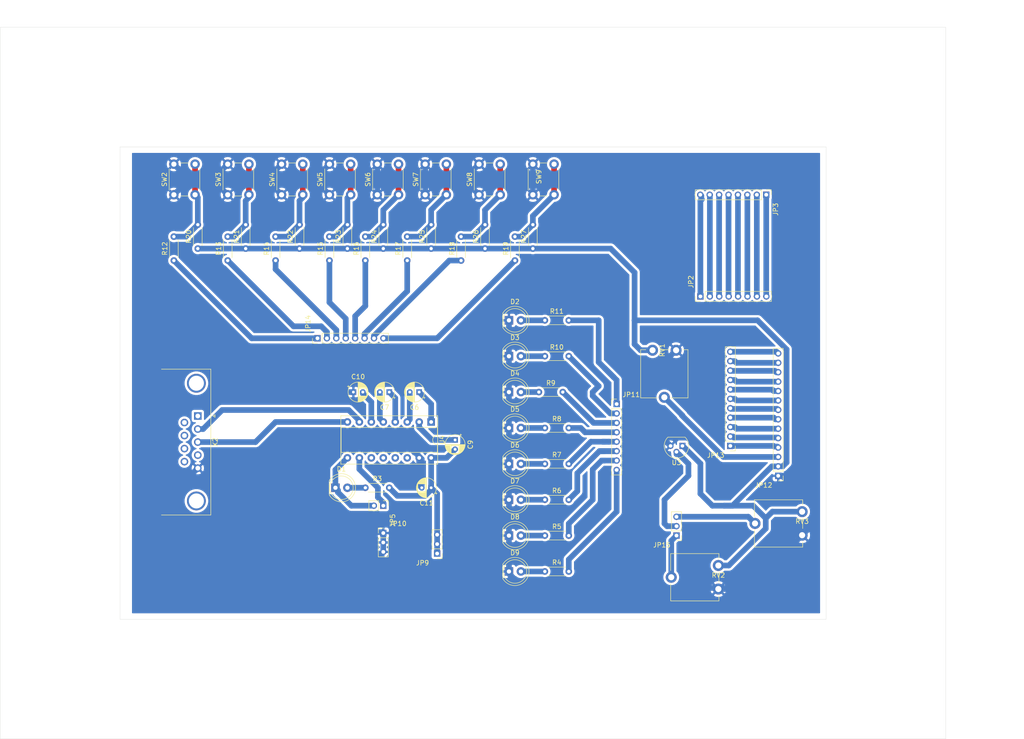
<source format=kicad_pcb>
(kicad_pcb (version 20171130) (host pcbnew "(5.1.6)-1")
  (layers (0 F.Cu signal) (31 B.Cu signal) (34 B.Paste user hide) (35 F.Paste user hide) (36 B.SilkS user hide) (37 F.SilkS user) (38 B.Mask user hide) (39 F.Mask user hide) (44 Edge.Cuts user))
  (net 0 "")
  (net 1 "Net-(C6-Pad2)")
  (net 2 "Net-(C6-Pad1)")
  (net 3 "Net-(C7-Pad2)")
  (net 4 "Net-(C7-Pad1)")
  (net 5 "Net-(C9-Pad1)")
  (net 6 "Net-(C10-Pad2)")
  (net 7 GNDA)
  (net 8 "Net-(D1-Pad2)")
  (net 9 "Net-(D1-Pad1)")
  (net 10 "Net-(D2-Pad2)")
  (net 11 "Net-(D3-Pad2)")
  (net 12 "Net-(D4-Pad2)")
  (net 13 "Net-(D5-Pad2)")
  (net 14 "Net-(D6-Pad2)")
  (net 15 "Net-(D7-Pad2)")
  (net 16 "Net-(D8-Pad2)")
  (net 17 "Net-(D9-Pad2)")
  (net 18 "Net-(JP2-Pad8)")
  (net 19 "Net-(JP2-Pad7)")
  (net 20 "Net-(JP2-Pad6)")
  (net 21 "Net-(JP2-Pad5)")
  (net 22 "Net-(JP2-Pad4)")
  (net 23 "Net-(JP2-Pad3)")
  (net 24 "Net-(JP2-Pad2)")
  (net 25 "Net-(JP2-Pad1)")
  (net 26 "Net-(JP5-Pad1)")
  (net 27 +5VA)
  (net 28 "Net-(JP11-Pad8)")
  (net 29 "Net-(JP11-Pad7)")
  (net 30 "Net-(JP11-Pad6)")
  (net 31 "Net-(JP11-Pad5)")
  (net 32 "Net-(JP11-Pad4)")
  (net 33 "Net-(JP11-Pad3)")
  (net 34 "Net-(JP11-Pad2)")
  (net 35 "Net-(JP11-Pad1)")
  (net 36 "Net-(JP12-Pad14)")
  (net 37 "Net-(JP12-Pad13)")
  (net 38 "Net-(JP12-Pad12)")
  (net 39 "Net-(JP12-Pad11)")
  (net 40 "Net-(JP12-Pad10)")
  (net 41 "Net-(JP12-Pad9)")
  (net 42 "Net-(JP12-Pad8)")
  (net 43 "Net-(JP12-Pad7)")
  (net 44 "Net-(JP12-Pad6)")
  (net 45 "Net-(JP12-Pad5)")
  (net 46 "Net-(JP12-Pad4)")
  (net 47 "Net-(JP12-Pad3)")
  (net 48 "Net-(JP14-Pad8)")
  (net 49 "Net-(JP14-Pad7)")
  (net 50 "Net-(JP14-Pad6)")
  (net 51 "Net-(JP14-Pad5)")
  (net 52 "Net-(JP14-Pad4)")
  (net 53 "Net-(JP14-Pad3)")
  (net 54 "Net-(JP14-Pad2)")
  (net 55 "Net-(JP14-Pad1)")
  (net 56 "Net-(JP15-Pad3)")
  (net 57 "Net-(JP15-Pad2)")
  (net 58 "Net-(JP15-Pad1)")
  (net 59 "Net-(R12-Pad2)")
  (net 60 "Net-(R13-Pad2)")
  (net 61 "Net-(R14-Pad2)")
  (net 62 "Net-(R15-Pad2)")
  (net 63 "Net-(R16-Pad2)")
  (net 64 "Net-(R17-Pad2)")
  (net 65 "Net-(R18-Pad2)")
  (net 66 "Net-(R19-Pad2)")
  (net 67 "Net-(U4-Pad8)")
  (net 68 "Net-(U4-Pad7)")
  (net 69 "Net-(U4-Pad14)")
  (net 70 "Net-(U4-Pad13)")
  (net 71 "Net-(U4-Pad12)")
  (net 72 "Net-(U4-Pad11)")
  (net 73 "Net-(X2-Pad9)")
  (net 74 "Net-(X2-Pad8)")
  (net 75 "Net-(X2-Pad7)")
  (net 76 "Net-(X2-Pad6)")
  (net 77 "Net-(X2-Pad4)")
  (net 78 "Net-(X2-Pad1)")
  (module Potentiometer_THT:Potentiometer_ACP_CA9-V10_Vertical (layer F.Cu) (at 168.91 87.63 270)
    (fp_text reference RV1 (at 0 -2.06 90) (layer F.SilkS))
    (fp_text value 10K)
    (pad 1 thru_hole circle (at 0 0 270) (size 2.34 2.34) (drill 1.3) (layers *.Cu *.Mask) (net 27 +5VA))
    (pad 2 thru_hole circle (at 10 -2.5 270) (size 2.34 2.34) (drill 1.3) (layers *.Cu *.Mask) (net 47 "Net-(JP12-Pad3)"))
    (pad 3 thru_hole circle (at 0 -5 270) (size 2.34 2.34) (drill 1.3) (layers *.Cu *.Mask) (net 7 GNDA))
  )
  (module Potentiometer_THT:Potentiometer_ACP_CA9-V10_Vertical (layer F.Cu) (at 182.88 133.35 180)
    (fp_text reference RV2 (at 0 -2.06) (layer F.SilkS))
    (fp_text value 10K)
    (pad 1 thru_hole circle (at 0 0 180) (size 2.34 2.34) (drill 1.3) (layers *.Cu *.Mask) (net 27 +5VA))
    (pad 2 thru_hole circle (at 10 -2.5 180) (size 2.34 2.34) (drill 1.3) (layers *.Cu *.Mask) (net 58 "Net-(JP15-Pad1)"))
    (pad 3 thru_hole circle (at 0 -5 180) (size 2.34 2.34) (drill 1.3) (layers *.Cu *.Mask) (net 7 GNDA))
  )
  (module Connector_Dsub:DSUB-9_Male_Horizontal_P2.77x2.84mm_EdgePinOffset4.94mm_Housed_MountingHolesOffset7.48mm (layer F.Cu) (at 72.39 101.6 270)
    (fp_text reference X2 (at 5.54 -3.7 90) (layer F.SilkS))
    (fp_text value F09HP)
    (pad 0 thru_hole circle (at 18.04 0.3 270) (size 4 4) (drill 3.2) (layers *.Cu *.Mask))
    (pad 0 thru_hole circle (at -6.96 0.3 270) (size 4 4) (drill 3.2) (layers *.Cu *.Mask))
    (pad 9 thru_hole circle (at 9.695 2.84 270) (size 1.6 1.6) (drill 1) (layers *.Cu *.Mask) (net 73 "Net-(X2-Pad9)"))
    (pad 8 thru_hole circle (at 6.925 2.84 270) (size 1.6 1.6) (drill 1) (layers *.Cu *.Mask) (net 74 "Net-(X2-Pad8)"))
    (pad 7 thru_hole circle (at 4.155 2.84 270) (size 1.6 1.6) (drill 1) (layers *.Cu *.Mask) (net 75 "Net-(X2-Pad7)"))
    (pad 6 thru_hole circle (at 1.385 2.84 270) (size 1.6 1.6) (drill 1) (layers *.Cu *.Mask) (net 76 "Net-(X2-Pad6)"))
    (pad 5 thru_hole circle (at 11.08 0 270) (size 1.6 1.6) (drill 1) (layers *.Cu *.Mask) (net 7 GNDA))
    (pad 4 thru_hole circle (at 8.31 0 270) (size 1.6 1.6) (drill 1) (layers *.Cu *.Mask) (net 77 "Net-(X2-Pad4)"))
    (pad 3 thru_hole circle (at 5.54 0 270) (size 1.6 1.6) (drill 1) (layers *.Cu *.Mask) (net 67 "Net-(U4-Pad8)"))
    (pad 2 thru_hole circle (at 2.77 0 270) (size 1.6 1.6) (drill 1) (layers *.Cu *.Mask) (net 68 "Net-(U4-Pad7)"))
    (pad 1 thru_hole rect (at 0 0 270) (size 1.6 1.6) (drill 1) (layers *.Cu *.Mask) (net 78 "Net-(X2-Pad1)"))
  )
  (module Connector_PinHeader_2.00mm:PinHeader_1x02_P2.00mm_Vertical (layer F.Cu) (at 111.76 120.65 270)
    (fp_text reference JP5 (at 3.1 -2 90) (layer F.SilkS))
    (fp_text value PINHD-1X2)
    (pad 2 thru_hole oval (at 0 2 270) (size 1.35 1.35) (drill 0.8) (layers *.Cu *.Mask) (net 9 "Net-(D1-Pad1)"))
    (pad 1 thru_hole rect (at 0 0 270) (size 1.35 1.35) (drill 0.8) (layers *.Cu *.Mask) (net 26 "Net-(JP5-Pad1)"))
  )
  (module Potentiometer_THT:Potentiometer_ACP_CA9-V10_Vertical (layer F.Cu) (at 200.66 121.92 180)
    (fp_text reference RV3 (at 0 -2.06) (layer F.SilkS))
    (fp_text value 10K)
    (pad 1 thru_hole circle (at 0 0 180) (size 2.34 2.34) (drill 1.3) (layers *.Cu *.Mask) (net 27 +5VA))
    (pad 2 thru_hole circle (at 10 -2.5 180) (size 2.34 2.34) (drill 1.3) (layers *.Cu *.Mask) (net 56 "Net-(JP15-Pad3)"))
    (pad 3 thru_hole circle (at 0 -5 180) (size 2.34 2.34) (drill 1.3) (layers *.Cu *.Mask) (net 7 GNDA))
  )
  (module Connector_PinHeader_2.00mm:PinHeader_1x08_P2.00mm_Vertical (layer F.Cu) (at 179.07 76.2 90)
    (fp_text reference JP2 (at 3.1 -2 90) (layer F.SilkS))
    (fp_text value PINHD-1X8)
    (pad 8 thru_hole oval (at 0 14 90) (size 1.35 1.35) (drill 0.8) (layers *.Cu *.Mask) (net 18 "Net-(JP2-Pad8)"))
    (pad 7 thru_hole oval (at 0 12 90) (size 1.35 1.35) (drill 0.8) (layers *.Cu *.Mask) (net 19 "Net-(JP2-Pad7)"))
    (pad 6 thru_hole oval (at 0 10 90) (size 1.35 1.35) (drill 0.8) (layers *.Cu *.Mask) (net 20 "Net-(JP2-Pad6)"))
    (pad 5 thru_hole oval (at 0 8 90) (size 1.35 1.35) (drill 0.8) (layers *.Cu *.Mask) (net 21 "Net-(JP2-Pad5)"))
    (pad 4 thru_hole oval (at 0 6 90) (size 1.35 1.35) (drill 0.8) (layers *.Cu *.Mask) (net 22 "Net-(JP2-Pad4)"))
    (pad 3 thru_hole oval (at 0 4 90) (size 1.35 1.35) (drill 0.8) (layers *.Cu *.Mask) (net 23 "Net-(JP2-Pad3)"))
    (pad 2 thru_hole oval (at 0 2 90) (size 1.35 1.35) (drill 0.8) (layers *.Cu *.Mask) (net 24 "Net-(JP2-Pad2)"))
    (pad 1 thru_hole rect (at 0 0 90) (size 1.35 1.35) (drill 0.8) (layers *.Cu *.Mask) (net 25 "Net-(JP2-Pad1)"))
  )
  (module Connector_PinHeader_2.00mm:PinHeader_1x08_P2.00mm_Vertical (layer F.Cu) (at 193.04 54.61 270)
    (fp_text reference JP3 (at 3.1 -2 90) (layer F.SilkS))
    (fp_text value PINHD-1X8)
    (pad 8 thru_hole oval (at 0 14 270) (size 1.35 1.35) (drill 0.8) (layers *.Cu *.Mask) (net 25 "Net-(JP2-Pad1)"))
    (pad 7 thru_hole oval (at 0 12 270) (size 1.35 1.35) (drill 0.8) (layers *.Cu *.Mask) (net 24 "Net-(JP2-Pad2)"))
    (pad 6 thru_hole oval (at 0 10 270) (size 1.35 1.35) (drill 0.8) (layers *.Cu *.Mask) (net 23 "Net-(JP2-Pad3)"))
    (pad 5 thru_hole oval (at 0 8 270) (size 1.35 1.35) (drill 0.8) (layers *.Cu *.Mask) (net 22 "Net-(JP2-Pad4)"))
    (pad 4 thru_hole oval (at 0 6 270) (size 1.35 1.35) (drill 0.8) (layers *.Cu *.Mask) (net 21 "Net-(JP2-Pad5)"))
    (pad 3 thru_hole oval (at 0 4 270) (size 1.35 1.35) (drill 0.8) (layers *.Cu *.Mask) (net 20 "Net-(JP2-Pad6)"))
    (pad 2 thru_hole oval (at 0 2 270) (size 1.35 1.35) (drill 0.8) (layers *.Cu *.Mask) (net 19 "Net-(JP2-Pad7)"))
    (pad 1 thru_hole rect (at 0 0 270) (size 1.35 1.35) (drill 0.8) (layers *.Cu *.Mask) (net 18 "Net-(JP2-Pad8)"))
  )
  (module Connector_PinHeader_2.00mm:PinHeader_1x03_P2.00mm_Vertical (layer F.Cu) (at 123.19 130.81 180)
    (fp_text reference JP9 (at 3.1 -2) (layer F.SilkS))
    (fp_text value PINHD-1X3)
    (pad 3 thru_hole oval (at 0 4 180) (size 1.35 1.35) (drill 0.8) (layers *.Cu *.Mask) (net 27 +5VA))
    (pad 2 thru_hole oval (at 0 2 180) (size 1.35 1.35) (drill 0.8) (layers *.Cu *.Mask) (net 27 +5VA))
    (pad 1 thru_hole rect (at 0 0 180) (size 1.35 1.35) (drill 0.8) (layers *.Cu *.Mask) (net 27 +5VA))
  )
  (module Connector_PinHeader_2.00mm:PinHeader_1x03_P2.00mm_Vertical (layer F.Cu) (at 111.76 126.46)
    (fp_text reference JP10 (at 3.1 -2) (layer F.SilkS))
    (fp_text value PINHD-1X3)
    (pad 3 thru_hole oval (at 0 4) (size 1.35 1.35) (drill 0.8) (layers *.Cu *.Mask) (net 7 GNDA))
    (pad 2 thru_hole oval (at 0 2) (size 1.35 1.35) (drill 0.8) (layers *.Cu *.Mask) (net 7 GNDA))
    (pad 1 thru_hole rect (at 0 0) (size 1.35 1.35) (drill 0.8) (layers *.Cu *.Mask) (net 7 GNDA))
  )
  (module Connector_PinHeader_2.00mm:PinHeader_1x03_P2.00mm_Vertical (layer F.Cu) (at 173.99 127 180)
    (fp_text reference JP15 (at 3.1 -2) (layer F.SilkS))
    (fp_text value PINHD-1X3)
    (pad 3 thru_hole oval (at 0 4 180) (size 1.35 1.35) (drill 0.8) (layers *.Cu *.Mask) (net 56 "Net-(JP15-Pad3)"))
    (pad 2 thru_hole oval (at 0 2 180) (size 1.35 1.35) (drill 0.8) (layers *.Cu *.Mask) (net 57 "Net-(JP15-Pad2)"))
    (pad 1 thru_hole rect (at 0 0 180) (size 1.35 1.35) (drill 0.8) (layers *.Cu *.Mask) (net 58 "Net-(JP15-Pad1)"))
  )
  (module Connector_PinHeader_2.00mm:PinHeader_1x14_P2.00mm_Vertical (layer F.Cu) (at 195.58 114.3 180)
    (fp_text reference JP12 (at 3.1 -2) (layer F.SilkS))
    (fp_text value PINHD-1X14)
    (pad 14 thru_hole oval (at 0 26 180) (size 1.35 1.35) (drill 0.8) (layers *.Cu *.Mask) (net 36 "Net-(JP12-Pad14)"))
    (pad 13 thru_hole oval (at 0 24 180) (size 1.35 1.35) (drill 0.8) (layers *.Cu *.Mask) (net 37 "Net-(JP12-Pad13)"))
    (pad 12 thru_hole oval (at 0 22 180) (size 1.35 1.35) (drill 0.8) (layers *.Cu *.Mask) (net 38 "Net-(JP12-Pad12)"))
    (pad 11 thru_hole oval (at 0 20 180) (size 1.35 1.35) (drill 0.8) (layers *.Cu *.Mask) (net 39 "Net-(JP12-Pad11)"))
    (pad 10 thru_hole oval (at 0 18 180) (size 1.35 1.35) (drill 0.8) (layers *.Cu *.Mask) (net 40 "Net-(JP12-Pad10)"))
    (pad 9 thru_hole oval (at 0 16 180) (size 1.35 1.35) (drill 0.8) (layers *.Cu *.Mask) (net 41 "Net-(JP12-Pad9)"))
    (pad 8 thru_hole oval (at 0 14 180) (size 1.35 1.35) (drill 0.8) (layers *.Cu *.Mask) (net 42 "Net-(JP12-Pad8)"))
    (pad 7 thru_hole oval (at 0 12 180) (size 1.35 1.35) (drill 0.8) (layers *.Cu *.Mask) (net 43 "Net-(JP12-Pad7)"))
    (pad 6 thru_hole oval (at 0 10 180) (size 1.35 1.35) (drill 0.8) (layers *.Cu *.Mask) (net 44 "Net-(JP12-Pad6)"))
    (pad 5 thru_hole oval (at 0 8 180) (size 1.35 1.35) (drill 0.8) (layers *.Cu *.Mask) (net 45 "Net-(JP12-Pad5)"))
    (pad 4 thru_hole oval (at 0 6 180) (size 1.35 1.35) (drill 0.8) (layers *.Cu *.Mask) (net 46 "Net-(JP12-Pad4)"))
    (pad 3 thru_hole oval (at 0 4 180) (size 1.35 1.35) (drill 0.8) (layers *.Cu *.Mask) (net 47 "Net-(JP12-Pad3)"))
    (pad 2 thru_hole oval (at 0 2 180) (size 1.35 1.35) (drill 0.8) (layers *.Cu *.Mask) (net 27 +5VA))
    (pad 1 thru_hole rect (at 0 0 180) (size 1.35 1.35) (drill 0.8) (layers *.Cu *.Mask) (net 7 GNDA))
  )
  (module Connector_PinHeader_2.00mm:PinHeader_1x11_P2.00mm_Vertical (layer F.Cu) (at 185.42 107.95 180)
    (fp_text reference JP13 (at 3.1 -2) (layer F.SilkS))
    (fp_text value PINHD-1X11)
    (pad 11 thru_hole oval (at 0 20 180) (size 1.35 1.35) (drill 0.8) (layers *.Cu *.Mask) (net 36 "Net-(JP12-Pad14)"))
    (pad 10 thru_hole oval (at 0 18 180) (size 1.35 1.35) (drill 0.8) (layers *.Cu *.Mask) (net 37 "Net-(JP12-Pad13)"))
    (pad 9 thru_hole oval (at 0 16 180) (size 1.35 1.35) (drill 0.8) (layers *.Cu *.Mask) (net 38 "Net-(JP12-Pad12)"))
    (pad 8 thru_hole oval (at 0 14 180) (size 1.35 1.35) (drill 0.8) (layers *.Cu *.Mask) (net 39 "Net-(JP12-Pad11)"))
    (pad 7 thru_hole oval (at 0 12 180) (size 1.35 1.35) (drill 0.8) (layers *.Cu *.Mask) (net 40 "Net-(JP12-Pad10)"))
    (pad 6 thru_hole oval (at 0 10 180) (size 1.35 1.35) (drill 0.8) (layers *.Cu *.Mask) (net 41 "Net-(JP12-Pad9)"))
    (pad 5 thru_hole oval (at 0 8 180) (size 1.35 1.35) (drill 0.8) (layers *.Cu *.Mask) (net 42 "Net-(JP12-Pad8)"))
    (pad 4 thru_hole oval (at 0 6 180) (size 1.35 1.35) (drill 0.8) (layers *.Cu *.Mask) (net 43 "Net-(JP12-Pad7)"))
    (pad 3 thru_hole oval (at 0 4 180) (size 1.35 1.35) (drill 0.8) (layers *.Cu *.Mask) (net 44 "Net-(JP12-Pad6)"))
    (pad 2 thru_hole oval (at 0 2 180) (size 1.35 1.35) (drill 0.8) (layers *.Cu *.Mask) (net 45 "Net-(JP12-Pad5)"))
    (pad 1 thru_hole rect (at 0 0 180) (size 1.35 1.35) (drill 0.8) (layers *.Cu *.Mask) (net 46 "Net-(JP12-Pad4)"))
  )
  (module Connector_PinHeader_2.00mm:PinHeader_1x08_P2.00mm_Vertical (layer F.Cu) (at 161.29 99.06)
    (fp_text reference JP11 (at 3.1 -2) (layer F.SilkS))
    (fp_text value PINHD-1X8)
    (pad 8 thru_hole oval (at 0 14) (size 1.35 1.35) (drill 0.8) (layers *.Cu *.Mask) (net 28 "Net-(JP11-Pad8)"))
    (pad 7 thru_hole oval (at 0 12) (size 1.35 1.35) (drill 0.8) (layers *.Cu *.Mask) (net 29 "Net-(JP11-Pad7)"))
    (pad 6 thru_hole oval (at 0 10) (size 1.35 1.35) (drill 0.8) (layers *.Cu *.Mask) (net 30 "Net-(JP11-Pad6)"))
    (pad 5 thru_hole oval (at 0 8) (size 1.35 1.35) (drill 0.8) (layers *.Cu *.Mask) (net 31 "Net-(JP11-Pad5)"))
    (pad 4 thru_hole oval (at 0 6) (size 1.35 1.35) (drill 0.8) (layers *.Cu *.Mask) (net 32 "Net-(JP11-Pad4)"))
    (pad 3 thru_hole oval (at 0 4) (size 1.35 1.35) (drill 0.8) (layers *.Cu *.Mask) (net 33 "Net-(JP11-Pad3)"))
    (pad 2 thru_hole oval (at 0 2) (size 1.35 1.35) (drill 0.8) (layers *.Cu *.Mask) (net 34 "Net-(JP11-Pad2)"))
    (pad 1 thru_hole rect (at 0 0) (size 1.35 1.35) (drill 0.8) (layers *.Cu *.Mask) (net 35 "Net-(JP11-Pad1)"))
  )
  (module Connector_PinHeader_2.00mm:PinHeader_1x08_P2.00mm_Vertical (layer F.Cu) (at 97.79 85.09 90)
    (fp_text reference JP14 (at 3.1 -2 90) (layer F.SilkS))
    (fp_text value PINHD-1X8)
    (pad 8 thru_hole oval (at 0 14 90) (size 1.35 1.35) (drill 0.8) (layers *.Cu *.Mask) (net 48 "Net-(JP14-Pad8)"))
    (pad 7 thru_hole oval (at 0 12 90) (size 1.35 1.35) (drill 0.8) (layers *.Cu *.Mask) (net 49 "Net-(JP14-Pad7)"))
    (pad 6 thru_hole oval (at 0 10 90) (size 1.35 1.35) (drill 0.8) (layers *.Cu *.Mask) (net 50 "Net-(JP14-Pad6)"))
    (pad 5 thru_hole oval (at 0 8 90) (size 1.35 1.35) (drill 0.8) (layers *.Cu *.Mask) (net 51 "Net-(JP14-Pad5)"))
    (pad 4 thru_hole oval (at 0 6 90) (size 1.35 1.35) (drill 0.8) (layers *.Cu *.Mask) (net 52 "Net-(JP14-Pad4)"))
    (pad 3 thru_hole oval (at 0 4 90) (size 1.35 1.35) (drill 0.8) (layers *.Cu *.Mask) (net 53 "Net-(JP14-Pad3)"))
    (pad 2 thru_hole oval (at 0 2 90) (size 1.35 1.35) (drill 0.8) (layers *.Cu *.Mask) (net 54 "Net-(JP14-Pad2)"))
    (pad 1 thru_hole rect (at 0 0 90) (size 1.35 1.35) (drill 0.8) (layers *.Cu *.Mask) (net 55 "Net-(JP14-Pad1)"))
  )
  (module Package_DIP:DIP-16_W7.62mm_Socket (layer F.Cu) (at 121.92 102.87 270)
    (fp_text reference U4 (at 3.81 -2.33 90) (layer F.SilkS))
    (fp_text value MAX232)
    (pad 1 thru_hole rect (at 0 0 270) (size 1.6 1.6) (drill 0.8) (layers *.Cu *.Mask) (net 2 "Net-(C6-Pad1)"))
    (pad 9 thru_hole oval (at 7.62 17.78 270) (size 1.6 1.6) (drill 0.8) (layers *.Cu *.Mask) (net 9 "Net-(D1-Pad1)"))
    (pad 2 thru_hole oval (at 0 2.54 270) (size 1.6 1.6) (drill 0.8) (layers *.Cu *.Mask) (net 5 "Net-(C9-Pad1)"))
    (pad 10 thru_hole oval (at 7.62 15.24 270) (size 1.6 1.6) (drill 0.8) (layers *.Cu *.Mask) (net 26 "Net-(JP5-Pad1)"))
    (pad 3 thru_hole oval (at 0 5.08 270) (size 1.6 1.6) (drill 0.8) (layers *.Cu *.Mask) (net 1 "Net-(C6-Pad2)"))
    (pad 11 thru_hole oval (at 7.62 12.7 270) (size 1.6 1.6) (drill 0.8) (layers *.Cu *.Mask) (net 72 "Net-(U4-Pad11)"))
    (pad 4 thru_hole oval (at 0 7.62 270) (size 1.6 1.6) (drill 0.8) (layers *.Cu *.Mask) (net 4 "Net-(C7-Pad1)"))
    (pad 12 thru_hole oval (at 7.62 10.16 270) (size 1.6 1.6) (drill 0.8) (layers *.Cu *.Mask) (net 71 "Net-(U4-Pad12)"))
    (pad 5 thru_hole oval (at 0 10.16 270) (size 1.6 1.6) (drill 0.8) (layers *.Cu *.Mask) (net 3 "Net-(C7-Pad2)"))
    (pad 13 thru_hole oval (at 7.62 7.62 270) (size 1.6 1.6) (drill 0.8) (layers *.Cu *.Mask) (net 70 "Net-(U4-Pad13)"))
    (pad 6 thru_hole oval (at 0 12.7 270) (size 1.6 1.6) (drill 0.8) (layers *.Cu *.Mask) (net 6 "Net-(C10-Pad2)"))
    (pad 14 thru_hole oval (at 7.62 5.08 270) (size 1.6 1.6) (drill 0.8) (layers *.Cu *.Mask) (net 69 "Net-(U4-Pad14)"))
    (pad 7 thru_hole oval (at 0 15.24 270) (size 1.6 1.6) (drill 0.8) (layers *.Cu *.Mask) (net 68 "Net-(U4-Pad7)"))
    (pad 15 thru_hole oval (at 7.62 2.54 270) (size 1.6 1.6) (drill 0.8) (layers *.Cu *.Mask) (net 7 GNDA))
    (pad 8 thru_hole oval (at 0 17.78 270) (size 1.6 1.6) (drill 0.8) (layers *.Cu *.Mask) (net 67 "Net-(U4-Pad8)"))
    (pad 16 thru_hole oval (at 7.62 0 270) (size 1.6 1.6) (drill 0.8) (layers *.Cu *.Mask) (net 27 +5VA))
  )
  (module Package_TO_SOT_THT:TO-92 (layer F.Cu) (at 175.26 107.95 180)
    (fp_text reference U3 (at 1.27 -3.56) (layer F.SilkS))
    (fp_text value MCP9700A)
    (pad 2 thru_hole circle (at 1.27 -1.27 270) (size 1.3 1.3) (drill 0.75) (layers *.Cu *.Mask) (net 57 "Net-(JP15-Pad2)"))
    (pad 3 thru_hole circle (at 2.54 0 270) (size 1.3 1.3) (drill 0.75) (layers *.Cu *.Mask) (net 7 GNDA))
    (pad 1 thru_hole rect (at 0 0 270) (size 1.3 1.3) (drill 0.75) (layers *.Cu *.Mask) (net 27 +5VA))
  )
  (module Button_Switch_THT:SW_PUSH_6mm (layer F.Cu) (at 143.51 54.61 90)
    (fp_text reference SW9 (at 3.81 1.27 90) (layer F.SilkS))
    (fp_text value SW_Push)
    (pad 2 thru_hole circle (at 0 4.5 180) (size 2 2) (drill 1.1) (layers *.Cu *.Mask) (net 66 "Net-(R19-Pad2)"))
    (pad 1 thru_hole circle (at 0 0 180) (size 2 2) (drill 1.1) (layers *.Cu *.Mask) (net 7 GNDA))
    (pad 2 thru_hole circle (at 6.5 4.5 180) (size 2 2) (drill 1.1) (layers *.Cu *.Mask) (net 66 "Net-(R19-Pad2)"))
    (pad 1 thru_hole circle (at 6.5 0 180) (size 2 2) (drill 1.1) (layers *.Cu *.Mask) (net 7 GNDA))
  )
  (module Button_Switch_THT:SW_PUSH_6mm (layer F.Cu) (at 132.08 54.61 90)
    (fp_text reference SW8 (at 3.25 -2 90) (layer F.SilkS))
    (fp_text value SW_Push)
    (pad 2 thru_hole circle (at 0 4.5 180) (size 2 2) (drill 1.1) (layers *.Cu *.Mask) (net 65 "Net-(R18-Pad2)"))
    (pad 1 thru_hole circle (at 0 0 180) (size 2 2) (drill 1.1) (layers *.Cu *.Mask) (net 7 GNDA))
    (pad 2 thru_hole circle (at 6.5 4.5 180) (size 2 2) (drill 1.1) (layers *.Cu *.Mask) (net 65 "Net-(R18-Pad2)"))
    (pad 1 thru_hole circle (at 6.5 0 180) (size 2 2) (drill 1.1) (layers *.Cu *.Mask) (net 7 GNDA))
  )
  (module Button_Switch_THT:SW_PUSH_6mm (layer F.Cu) (at 120.65 54.61 90)
    (fp_text reference SW7 (at 3.25 -2 90) (layer F.SilkS))
    (fp_text value SW_Push)
    (pad 2 thru_hole circle (at 0 4.5 180) (size 2 2) (drill 1.1) (layers *.Cu *.Mask) (net 64 "Net-(R17-Pad2)"))
    (pad 1 thru_hole circle (at 0 0 180) (size 2 2) (drill 1.1) (layers *.Cu *.Mask) (net 7 GNDA))
    (pad 2 thru_hole circle (at 6.5 4.5 180) (size 2 2) (drill 1.1) (layers *.Cu *.Mask) (net 64 "Net-(R17-Pad2)"))
    (pad 1 thru_hole circle (at 6.5 0 180) (size 2 2) (drill 1.1) (layers *.Cu *.Mask) (net 7 GNDA))
  )
  (module Button_Switch_THT:SW_PUSH_6mm (layer F.Cu) (at 110.49 54.61 90)
    (fp_text reference SW6 (at 3.25 -2 90) (layer F.SilkS))
    (fp_text value SW_Push)
    (pad 2 thru_hole circle (at 0 4.5 180) (size 2 2) (drill 1.1) (layers *.Cu *.Mask) (net 63 "Net-(R16-Pad2)"))
    (pad 1 thru_hole circle (at 0 0 180) (size 2 2) (drill 1.1) (layers *.Cu *.Mask) (net 7 GNDA))
    (pad 2 thru_hole circle (at 6.5 4.5 180) (size 2 2) (drill 1.1) (layers *.Cu *.Mask) (net 63 "Net-(R16-Pad2)"))
    (pad 1 thru_hole circle (at 6.5 0 180) (size 2 2) (drill 1.1) (layers *.Cu *.Mask) (net 7 GNDA))
  )
  (module Button_Switch_THT:SW_PUSH_6mm (layer F.Cu) (at 100.33 54.61 90)
    (fp_text reference SW5 (at 3.25 -2 90) (layer F.SilkS))
    (fp_text value SW_Push)
    (pad 2 thru_hole circle (at 0 4.5 180) (size 2 2) (drill 1.1) (layers *.Cu *.Mask) (net 62 "Net-(R15-Pad2)"))
    (pad 1 thru_hole circle (at 0 0 180) (size 2 2) (drill 1.1) (layers *.Cu *.Mask) (net 7 GNDA))
    (pad 2 thru_hole circle (at 6.5 4.5 180) (size 2 2) (drill 1.1) (layers *.Cu *.Mask) (net 62 "Net-(R15-Pad2)"))
    (pad 1 thru_hole circle (at 6.5 0 180) (size 2 2) (drill 1.1) (layers *.Cu *.Mask) (net 7 GNDA))
  )
  (module Button_Switch_THT:SW_PUSH_6mm (layer F.Cu) (at 90.17 54.61 90)
    (fp_text reference SW4 (at 3.25 -2 90) (layer F.SilkS))
    (fp_text value SW_Push)
    (pad 2 thru_hole circle (at 0 4.5 180) (size 2 2) (drill 1.1) (layers *.Cu *.Mask) (net 61 "Net-(R14-Pad2)"))
    (pad 1 thru_hole circle (at 0 0 180) (size 2 2) (drill 1.1) (layers *.Cu *.Mask) (net 7 GNDA))
    (pad 2 thru_hole circle (at 6.5 4.5 180) (size 2 2) (drill 1.1) (layers *.Cu *.Mask) (net 61 "Net-(R14-Pad2)"))
    (pad 1 thru_hole circle (at 6.5 0 180) (size 2 2) (drill 1.1) (layers *.Cu *.Mask) (net 7 GNDA))
  )
  (module Button_Switch_THT:SW_PUSH_6mm (layer F.Cu) (at 78.74 54.61 90)
    (fp_text reference SW3 (at 3.25 -2 90) (layer F.SilkS))
    (fp_text value SW_Push)
    (pad 2 thru_hole circle (at 0 4.5 180) (size 2 2) (drill 1.1) (layers *.Cu *.Mask) (net 60 "Net-(R13-Pad2)"))
    (pad 1 thru_hole circle (at 0 0 180) (size 2 2) (drill 1.1) (layers *.Cu *.Mask) (net 7 GNDA))
    (pad 2 thru_hole circle (at 6.5 4.5 180) (size 2 2) (drill 1.1) (layers *.Cu *.Mask) (net 60 "Net-(R13-Pad2)"))
    (pad 1 thru_hole circle (at 6.5 0 180) (size 2 2) (drill 1.1) (layers *.Cu *.Mask) (net 7 GNDA))
  )
  (module Button_Switch_THT:SW_PUSH_6mm (layer F.Cu) (at 67.31 54.61 90)
    (fp_text reference SW2 (at 3.25 -2 90) (layer F.SilkS))
    (fp_text value SW_Push)
    (pad 2 thru_hole circle (at 0 4.5 180) (size 2 2) (drill 1.1) (layers *.Cu *.Mask) (net 59 "Net-(R12-Pad2)"))
    (pad 1 thru_hole circle (at 0 0 180) (size 2 2) (drill 1.1) (layers *.Cu *.Mask) (net 7 GNDA))
    (pad 2 thru_hole circle (at 6.5 4.5 180) (size 2 2) (drill 1.1) (layers *.Cu *.Mask) (net 59 "Net-(R12-Pad2)"))
    (pad 1 thru_hole circle (at 6.5 0 180) (size 2 2) (drill 1.1) (layers *.Cu *.Mask) (net 7 GNDA))
  )
  (module Resistor_THT:R_Axial_DIN0204_L3.6mm_D1.6mm_P5.08mm_Horizontal (layer F.Cu) (at 143.51 66.04 90)
    (fp_text reference R27 (at 2.54 -1.92 90) (layer F.SilkS))
    (fp_text value 4.7K)
    (pad 1 thru_hole circle (at 0 0 90) (size 1.4 1.4) (drill 0.7) (layers *.Cu *.Mask) (net 27 +5VA))
    (pad 2 thru_hole oval (at 5.08 0 90) (size 1.4 1.4) (drill 0.7) (layers *.Cu *.Mask) (net 66 "Net-(R19-Pad2)"))
  )
  (module Resistor_THT:R_Axial_DIN0204_L3.6mm_D1.6mm_P5.08mm_Horizontal (layer F.Cu) (at 133.35 66.04 90)
    (fp_text reference R26 (at 2.54 -1.92 90) (layer F.SilkS))
    (fp_text value 4.7K)
    (pad 1 thru_hole circle (at 0 0 90) (size 1.4 1.4) (drill 0.7) (layers *.Cu *.Mask) (net 27 +5VA))
    (pad 2 thru_hole oval (at 5.08 0 90) (size 1.4 1.4) (drill 0.7) (layers *.Cu *.Mask) (net 65 "Net-(R18-Pad2)"))
  )
  (module Resistor_THT:R_Axial_DIN0204_L3.6mm_D1.6mm_P5.08mm_Horizontal (layer F.Cu) (at 121.92 66.04 90)
    (fp_text reference R25 (at 2.54 -1.92 90) (layer F.SilkS))
    (fp_text value 4.7K)
    (pad 1 thru_hole circle (at 0 0 90) (size 1.4 1.4) (drill 0.7) (layers *.Cu *.Mask) (net 27 +5VA))
    (pad 2 thru_hole oval (at 5.08 0 90) (size 1.4 1.4) (drill 0.7) (layers *.Cu *.Mask) (net 64 "Net-(R17-Pad2)"))
  )
  (module Resistor_THT:R_Axial_DIN0204_L3.6mm_D1.6mm_P5.08mm_Horizontal (layer F.Cu) (at 111.76 66.04 90)
    (fp_text reference R24 (at 2.54 -1.92 90) (layer F.SilkS))
    (fp_text value 4.7K)
    (pad 1 thru_hole circle (at 0 0 90) (size 1.4 1.4) (drill 0.7) (layers *.Cu *.Mask) (net 27 +5VA))
    (pad 2 thru_hole oval (at 5.08 0 90) (size 1.4 1.4) (drill 0.7) (layers *.Cu *.Mask) (net 63 "Net-(R16-Pad2)"))
  )
  (module Resistor_THT:R_Axial_DIN0204_L3.6mm_D1.6mm_P5.08mm_Horizontal (layer F.Cu) (at 104.14 66.04 90)
    (fp_text reference R23 (at 2.54 -1.92 90) (layer F.SilkS))
    (fp_text value 4.7K)
    (pad 1 thru_hole circle (at 0 0 90) (size 1.4 1.4) (drill 0.7) (layers *.Cu *.Mask) (net 27 +5VA))
    (pad 2 thru_hole oval (at 5.08 0 90) (size 1.4 1.4) (drill 0.7) (layers *.Cu *.Mask) (net 62 "Net-(R15-Pad2)"))
  )
  (module Resistor_THT:R_Axial_DIN0204_L3.6mm_D1.6mm_P5.08mm_Horizontal (layer F.Cu) (at 93.98 66.04 90)
    (fp_text reference R22 (at 2.54 -1.92 90) (layer F.SilkS))
    (fp_text value 4.7K)
    (pad 1 thru_hole circle (at 0 0 90) (size 1.4 1.4) (drill 0.7) (layers *.Cu *.Mask) (net 27 +5VA))
    (pad 2 thru_hole oval (at 5.08 0 90) (size 1.4 1.4) (drill 0.7) (layers *.Cu *.Mask) (net 61 "Net-(R14-Pad2)"))
  )
  (module Resistor_THT:R_Axial_DIN0204_L3.6mm_D1.6mm_P5.08mm_Horizontal (layer F.Cu) (at 82.55 66.04 90)
    (fp_text reference R21 (at 2.54 -1.92 90) (layer F.SilkS))
    (fp_text value 4.7K)
    (pad 1 thru_hole circle (at 0 0 90) (size 1.4 1.4) (drill 0.7) (layers *.Cu *.Mask) (net 27 +5VA))
    (pad 2 thru_hole oval (at 5.08 0 90) (size 1.4 1.4) (drill 0.7) (layers *.Cu *.Mask) (net 60 "Net-(R13-Pad2)"))
  )
  (module Resistor_THT:R_Axial_DIN0204_L3.6mm_D1.6mm_P5.08mm_Horizontal (layer F.Cu) (at 72.39 66.04 90)
    (fp_text reference R20 (at 2.54 -1.92 90) (layer F.SilkS))
    (fp_text value 4.7K)
    (pad 1 thru_hole circle (at 0 0 90) (size 1.4 1.4) (drill 0.7) (layers *.Cu *.Mask) (net 27 +5VA))
    (pad 2 thru_hole oval (at 5.08 0 90) (size 1.4 1.4) (drill 0.7) (layers *.Cu *.Mask) (net 59 "Net-(R12-Pad2)"))
  )
  (module Resistor_THT:R_Axial_DIN0204_L3.6mm_D1.6mm_P5.08mm_Horizontal (layer F.Cu) (at 139.7 68.58 90)
    (fp_text reference R19 (at 2.54 -1.92 90) (layer F.SilkS))
    (fp_text value 1K)
    (pad 1 thru_hole circle (at 0 0 90) (size 1.4 1.4) (drill 0.7) (layers *.Cu *.Mask) (net 48 "Net-(JP14-Pad8)"))
    (pad 2 thru_hole oval (at 5.08 0 90) (size 1.4 1.4) (drill 0.7) (layers *.Cu *.Mask) (net 66 "Net-(R19-Pad2)"))
  )
  (module Resistor_THT:R_Axial_DIN0204_L3.6mm_D1.6mm_P5.08mm_Horizontal (layer F.Cu) (at 128.27 68.58 90)
    (fp_text reference R18 (at 2.54 -1.92 90) (layer F.SilkS))
    (fp_text value 1K)
    (pad 1 thru_hole circle (at 0 0 90) (size 1.4 1.4) (drill 0.7) (layers *.Cu *.Mask) (net 49 "Net-(JP14-Pad7)"))
    (pad 2 thru_hole oval (at 5.08 0 90) (size 1.4 1.4) (drill 0.7) (layers *.Cu *.Mask) (net 65 "Net-(R18-Pad2)"))
  )
  (module Resistor_THT:R_Axial_DIN0204_L3.6mm_D1.6mm_P5.08mm_Horizontal (layer F.Cu) (at 116.84 68.58 90)
    (fp_text reference R17 (at 2.54 -1.92 90) (layer F.SilkS))
    (fp_text value 1K)
    (pad 1 thru_hole circle (at 0 0 90) (size 1.4 1.4) (drill 0.7) (layers *.Cu *.Mask) (net 50 "Net-(JP14-Pad6)"))
    (pad 2 thru_hole oval (at 5.08 0 90) (size 1.4 1.4) (drill 0.7) (layers *.Cu *.Mask) (net 64 "Net-(R17-Pad2)"))
  )
  (module Resistor_THT:R_Axial_DIN0204_L3.6mm_D1.6mm_P5.08mm_Horizontal (layer F.Cu) (at 107.95 68.58 90)
    (fp_text reference R16 (at 2.54 -1.92 90) (layer F.SilkS))
    (fp_text value 1K)
    (pad 1 thru_hole circle (at 0 0 90) (size 1.4 1.4) (drill 0.7) (layers *.Cu *.Mask) (net 51 "Net-(JP14-Pad5)"))
    (pad 2 thru_hole oval (at 5.08 0 90) (size 1.4 1.4) (drill 0.7) (layers *.Cu *.Mask) (net 63 "Net-(R16-Pad2)"))
  )
  (module Resistor_THT:R_Axial_DIN0204_L3.6mm_D1.6mm_P5.08mm_Horizontal (layer F.Cu) (at 100.33 68.58 90)
    (fp_text reference R15 (at 2.54 -1.92 90) (layer F.SilkS))
    (fp_text value 1K)
    (pad 1 thru_hole circle (at 0 0 90) (size 1.4 1.4) (drill 0.7) (layers *.Cu *.Mask) (net 52 "Net-(JP14-Pad4)"))
    (pad 2 thru_hole oval (at 5.08 0 90) (size 1.4 1.4) (drill 0.7) (layers *.Cu *.Mask) (net 62 "Net-(R15-Pad2)"))
  )
  (module Resistor_THT:R_Axial_DIN0204_L3.6mm_D1.6mm_P5.08mm_Horizontal (layer F.Cu) (at 88.9 68.58 90)
    (fp_text reference R14 (at 2.54 -1.92 90) (layer F.SilkS))
    (fp_text value 1K)
    (pad 1 thru_hole circle (at 0 0 90) (size 1.4 1.4) (drill 0.7) (layers *.Cu *.Mask) (net 53 "Net-(JP14-Pad3)"))
    (pad 2 thru_hole oval (at 5.08 0 90) (size 1.4 1.4) (drill 0.7) (layers *.Cu *.Mask) (net 61 "Net-(R14-Pad2)"))
  )
  (module Resistor_THT:R_Axial_DIN0204_L3.6mm_D1.6mm_P5.08mm_Horizontal (layer F.Cu) (at 78.74 68.58 90)
    (fp_text reference R13 (at 2.54 -1.92 90) (layer F.SilkS))
    (fp_text value 1K)
    (pad 1 thru_hole circle (at 0 0 90) (size 1.4 1.4) (drill 0.7) (layers *.Cu *.Mask) (net 54 "Net-(JP14-Pad2)"))
    (pad 2 thru_hole oval (at 5.08 0 90) (size 1.4 1.4) (drill 0.7) (layers *.Cu *.Mask) (net 60 "Net-(R13-Pad2)"))
  )
  (module Resistor_THT:R_Axial_DIN0204_L3.6mm_D1.6mm_P5.08mm_Horizontal (layer F.Cu) (at 67.31 68.58 90)
    (fp_text reference R12 (at 2.54 -1.92 90) (layer F.SilkS))
    (fp_text value 1K)
    (pad 1 thru_hole circle (at 0 0 90) (size 1.4 1.4) (drill 0.7) (layers *.Cu *.Mask) (net 55 "Net-(JP14-Pad1)"))
    (pad 2 thru_hole oval (at 5.08 0 90) (size 1.4 1.4) (drill 0.7) (layers *.Cu *.Mask) (net 59 "Net-(R12-Pad2)"))
  )
  (module Resistor_THT:R_Axial_DIN0204_L3.6mm_D1.6mm_P5.08mm_Horizontal (layer F.Cu) (at 146.05 81.28)
    (fp_text reference R11 (at 2.54 -1.92) (layer F.SilkS))
    (fp_text value 470)
    (pad 1 thru_hole circle (at 0 0) (size 1.4 1.4) (drill 0.7) (layers *.Cu *.Mask) (net 10 "Net-(D2-Pad2)"))
    (pad 2 thru_hole oval (at 5.08 0) (size 1.4 1.4) (drill 0.7) (layers *.Cu *.Mask) (net 35 "Net-(JP11-Pad1)"))
  )
  (module Resistor_THT:R_Axial_DIN0204_L3.6mm_D1.6mm_P5.08mm_Horizontal (layer F.Cu) (at 146.05 88.9)
    (fp_text reference R10 (at 2.54 -1.92) (layer F.SilkS))
    (fp_text value 470)
    (pad 1 thru_hole circle (at 0 0) (size 1.4 1.4) (drill 0.7) (layers *.Cu *.Mask) (net 11 "Net-(D3-Pad2)"))
    (pad 2 thru_hole oval (at 5.08 0) (size 1.4 1.4) (drill 0.7) (layers *.Cu *.Mask) (net 34 "Net-(JP11-Pad2)"))
  )
  (module Resistor_THT:R_Axial_DIN0204_L3.6mm_D1.6mm_P5.08mm_Horizontal (layer F.Cu) (at 144.78 96.52)
    (fp_text reference R9 (at 2.54 -1.92) (layer F.SilkS))
    (fp_text value 470)
    (pad 1 thru_hole circle (at 0 0) (size 1.4 1.4) (drill 0.7) (layers *.Cu *.Mask) (net 12 "Net-(D4-Pad2)"))
    (pad 2 thru_hole oval (at 5.08 0) (size 1.4 1.4) (drill 0.7) (layers *.Cu *.Mask) (net 33 "Net-(JP11-Pad3)"))
  )
  (module Resistor_THT:R_Axial_DIN0204_L3.6mm_D1.6mm_P5.08mm_Horizontal (layer F.Cu) (at 146.05 104.14)
    (fp_text reference R8 (at 2.54 -1.92) (layer F.SilkS))
    (fp_text value 470)
    (pad 1 thru_hole circle (at 0 0) (size 1.4 1.4) (drill 0.7) (layers *.Cu *.Mask) (net 13 "Net-(D5-Pad2)"))
    (pad 2 thru_hole oval (at 5.08 0) (size 1.4 1.4) (drill 0.7) (layers *.Cu *.Mask) (net 32 "Net-(JP11-Pad4)"))
  )
  (module Resistor_THT:R_Axial_DIN0204_L3.6mm_D1.6mm_P5.08mm_Horizontal (layer F.Cu) (at 146.05 111.76)
    (fp_text reference R7 (at 2.54 -1.92) (layer F.SilkS))
    (fp_text value 470)
    (pad 1 thru_hole circle (at 0 0) (size 1.4 1.4) (drill 0.7) (layers *.Cu *.Mask) (net 14 "Net-(D6-Pad2)"))
    (pad 2 thru_hole oval (at 5.08 0) (size 1.4 1.4) (drill 0.7) (layers *.Cu *.Mask) (net 31 "Net-(JP11-Pad5)"))
  )
  (module Resistor_THT:R_Axial_DIN0204_L3.6mm_D1.6mm_P5.08mm_Horizontal (layer F.Cu) (at 146.05 119.38)
    (fp_text reference R6 (at 2.54 -1.92) (layer F.SilkS))
    (fp_text value 470)
    (pad 1 thru_hole circle (at 0 0) (size 1.4 1.4) (drill 0.7) (layers *.Cu *.Mask) (net 15 "Net-(D7-Pad2)"))
    (pad 2 thru_hole oval (at 5.08 0) (size 1.4 1.4) (drill 0.7) (layers *.Cu *.Mask) (net 30 "Net-(JP11-Pad6)"))
  )
  (module Resistor_THT:R_Axial_DIN0204_L3.6mm_D1.6mm_P5.08mm_Horizontal (layer F.Cu) (at 146.05 127)
    (fp_text reference R5 (at 2.54 -1.92) (layer F.SilkS))
    (fp_text value 470)
    (pad 1 thru_hole circle (at 0 0) (size 1.4 1.4) (drill 0.7) (layers *.Cu *.Mask) (net 16 "Net-(D8-Pad2)"))
    (pad 2 thru_hole oval (at 5.08 0) (size 1.4 1.4) (drill 0.7) (layers *.Cu *.Mask) (net 29 "Net-(JP11-Pad7)"))
  )
  (module Resistor_THT:R_Axial_DIN0204_L3.6mm_D1.6mm_P5.08mm_Horizontal (layer F.Cu) (at 146.05 134.62)
    (fp_text reference R4 (at 2.54 -1.92) (layer F.SilkS))
    (fp_text value 470)
    (pad 1 thru_hole circle (at 0 0) (size 1.4 1.4) (drill 0.7) (layers *.Cu *.Mask) (net 17 "Net-(D9-Pad2)"))
    (pad 2 thru_hole oval (at 5.08 0) (size 1.4 1.4) (drill 0.7) (layers *.Cu *.Mask) (net 28 "Net-(JP11-Pad8)"))
  )
  (module Resistor_THT:R_Axial_DIN0204_L3.6mm_D1.6mm_P5.08mm_Horizontal (layer F.Cu) (at 107.95 116.84)
    (fp_text reference R3 (at 2.54 -1.92) (layer F.SilkS))
    (fp_text value 470)
    (pad 1 thru_hole circle (at 0 0) (size 1.4 1.4) (drill 0.7) (layers *.Cu *.Mask) (net 8 "Net-(D1-Pad2)"))
    (pad 2 thru_hole oval (at 5.08 0) (size 1.4 1.4) (drill 0.7) (layers *.Cu *.Mask) (net 27 +5VA))
  )
  (module LED_THT:LED_D5.0mm (layer F.Cu) (at 138.43 134.62)
    (fp_text reference D9 (at 1.27 -3.96) (layer F.SilkS))
    (fp_text value LED)
    (pad 1 thru_hole rect (at 0 0) (size 1.8 1.8) (drill 0.9) (layers *.Cu *.Mask) (net 7 GNDA))
    (pad 2 thru_hole circle (at 2.54 0) (size 1.8 1.8) (drill 0.9) (layers *.Cu *.Mask) (net 17 "Net-(D9-Pad2)"))
  )
  (module LED_THT:LED_D5.0mm (layer F.Cu) (at 138.43 127)
    (fp_text reference D8 (at 1.27 -3.96) (layer F.SilkS))
    (fp_text value LED)
    (pad 1 thru_hole rect (at 0 0) (size 1.8 1.8) (drill 0.9) (layers *.Cu *.Mask) (net 7 GNDA))
    (pad 2 thru_hole circle (at 2.54 0) (size 1.8 1.8) (drill 0.9) (layers *.Cu *.Mask) (net 16 "Net-(D8-Pad2)"))
  )
  (module LED_THT:LED_D5.0mm (layer F.Cu) (at 138.43 119.38)
    (fp_text reference D7 (at 1.27 -3.96) (layer F.SilkS))
    (fp_text value LED)
    (pad 1 thru_hole rect (at 0 0) (size 1.8 1.8) (drill 0.9) (layers *.Cu *.Mask) (net 7 GNDA))
    (pad 2 thru_hole circle (at 2.54 0) (size 1.8 1.8) (drill 0.9) (layers *.Cu *.Mask) (net 15 "Net-(D7-Pad2)"))
  )
  (module LED_THT:LED_D5.0mm (layer F.Cu) (at 138.43 111.76)
    (fp_text reference D6 (at 1.27 -3.96) (layer F.SilkS))
    (fp_text value LED)
    (pad 1 thru_hole rect (at 0 0) (size 1.8 1.8) (drill 0.9) (layers *.Cu *.Mask) (net 7 GNDA))
    (pad 2 thru_hole circle (at 2.54 0) (size 1.8 1.8) (drill 0.9) (layers *.Cu *.Mask) (net 14 "Net-(D6-Pad2)"))
  )
  (module LED_THT:LED_D5.0mm (layer F.Cu) (at 138.43 104.14)
    (fp_text reference D5 (at 1.27 -3.96) (layer F.SilkS))
    (fp_text value LED)
    (pad 1 thru_hole rect (at 0 0) (size 1.8 1.8) (drill 0.9) (layers *.Cu *.Mask) (net 7 GNDA))
    (pad 2 thru_hole circle (at 2.54 0) (size 1.8 1.8) (drill 0.9) (layers *.Cu *.Mask) (net 13 "Net-(D5-Pad2)"))
  )
  (module LED_THT:LED_D5.0mm (layer F.Cu) (at 138.43 96.52)
    (fp_text reference D4 (at 1.27 -3.96) (layer F.SilkS))
    (fp_text value LED)
    (pad 1 thru_hole rect (at 0 0) (size 1.8 1.8) (drill 0.9) (layers *.Cu *.Mask) (net 7 GNDA))
    (pad 2 thru_hole circle (at 2.54 0) (size 1.8 1.8) (drill 0.9) (layers *.Cu *.Mask) (net 12 "Net-(D4-Pad2)"))
  )
  (module LED_THT:LED_D5.0mm (layer F.Cu) (at 138.43 88.9)
    (fp_text reference D3 (at 1.27 -3.96) (layer F.SilkS))
    (fp_text value LED)
    (pad 1 thru_hole rect (at 0 0) (size 1.8 1.8) (drill 0.9) (layers *.Cu *.Mask) (net 7 GNDA))
    (pad 2 thru_hole circle (at 2.54 0) (size 1.8 1.8) (drill 0.9) (layers *.Cu *.Mask) (net 11 "Net-(D3-Pad2)"))
  )
  (module LED_THT:LED_D5.0mm (layer F.Cu) (at 138.43 81.28)
    (fp_text reference D2 (at 1.27 -3.96) (layer F.SilkS))
    (fp_text value LED)
    (pad 1 thru_hole rect (at 0 0) (size 1.8 1.8) (drill 0.9) (layers *.Cu *.Mask) (net 7 GNDA))
    (pad 2 thru_hole circle (at 2.54 0) (size 1.8 1.8) (drill 0.9) (layers *.Cu *.Mask) (net 10 "Net-(D2-Pad2)"))
  )
  (module LED_THT:LED_D5.0mm (layer F.Cu) (at 101.6 116.84)
    (fp_text reference D1 (at 1.27 -3.96) (layer F.SilkS))
    (fp_text value LED)
    (pad 1 thru_hole rect (at 0 0) (size 1.8 1.8) (drill 0.9) (layers *.Cu *.Mask) (net 9 "Net-(D1-Pad1)"))
    (pad 2 thru_hole circle (at 2.54 0) (size 1.8 1.8) (drill 0.9) (layers *.Cu *.Mask) (net 8 "Net-(D1-Pad2)"))
  )
  (module Capacitor_THT:CP_Radial_D4.0mm_P2.00mm (layer F.Cu) (at 121.92 116.84 180)
    (fp_text reference C11 (at 1 -3.25) (layer F.SilkS))
    (fp_text value 10U)
    (pad 1 thru_hole rect (at 0 0 180) (size 1.2 1.2) (drill 0.6) (layers *.Cu *.Mask) (net 27 +5VA))
    (pad 2 thru_hole circle (at 2 0 180) (size 1.2 1.2) (drill 0.6) (layers *.Cu *.Mask) (net 7 GNDA))
  )
  (module Capacitor_THT:CP_Radial_D4.0mm_P2.00mm (layer F.Cu) (at 105.41 96.52)
    (fp_text reference C10 (at 1 -3.25) (layer F.SilkS))
    (fp_text value 10U)
    (pad 1 thru_hole rect (at 0 0) (size 1.2 1.2) (drill 0.6) (layers *.Cu *.Mask) (net 7 GNDA))
    (pad 2 thru_hole circle (at 2 0) (size 1.2 1.2) (drill 0.6) (layers *.Cu *.Mask) (net 6 "Net-(C10-Pad2)"))
  )
  (module Capacitor_THT:CP_Radial_D4.0mm_P2.00mm (layer F.Cu) (at 127 106.68 270)
    (fp_text reference C9 (at 1 -3.25 90) (layer F.SilkS))
    (fp_text value 10U)
    (pad 1 thru_hole rect (at 0 0 270) (size 1.2 1.2) (drill 0.6) (layers *.Cu *.Mask) (net 5 "Net-(C9-Pad1)"))
    (pad 2 thru_hole circle (at 2 0 270) (size 1.2 1.2) (drill 0.6) (layers *.Cu *.Mask) (net 27 +5VA))
  )
  (module Capacitor_THT:CP_Radial_D4.0mm_P2.00mm (layer F.Cu) (at 113.03 96.52 180)
    (fp_text reference C7 (at 1 -3.25) (layer F.SilkS))
    (fp_text value 10U)
    (pad 1 thru_hole rect (at 0 0 180) (size 1.2 1.2) (drill 0.6) (layers *.Cu *.Mask) (net 4 "Net-(C7-Pad1)"))
    (pad 2 thru_hole circle (at 2 0 180) (size 1.2 1.2) (drill 0.6) (layers *.Cu *.Mask) (net 3 "Net-(C7-Pad2)"))
  )
  (module Capacitor_THT:CP_Radial_D4.0mm_P2.00mm (layer F.Cu) (at 119.38 96.52 180)
    (fp_text reference C6 (at 1 -3.25) (layer F.SilkS))
    (fp_text value 10U)
    (pad 1 thru_hole rect (at 0 0 180) (size 1.2 1.2) (drill 0.6) (layers *.Cu *.Mask) (net 2 "Net-(C6-Pad1)"))
    (pad 2 thru_hole circle (at 2 0 180) (size 1.2 1.2) (drill 0.6) (layers *.Cu *.Mask) (net 1 "Net-(C6-Pad2)"))
  )
  (gr_line (start 55.88 144.78) (end 55.88 44.45) (layer Edge.Cuts) (width 0.05))
  (gr_line (start 205.74 144.78) (end 55.88 144.78) (layer Edge.Cuts) (width 0.05))
  (gr_line (start 205.74 44.45) (end 205.74 144.78) (layer Edge.Cuts) (width 0.05))
  (gr_line (start 55.88 44.45) (end 205.74 44.45) (layer Edge.Cuts) (width 0.05))
  (gr_line (start 30.48 19.05) (end 231.14 19.05) (layer Edge.Cuts) (width 0.05))
  (gr_line (start 30.48 170.18) (end 30.48 19.05) (layer Edge.Cuts) (width 0.05))
  (gr_line (start 231.14 170.18) (end 30.48 170.18) (layer Edge.Cuts) (width 0.05))
  (gr_line (start 231.14 19.05) (end 231.14 170.18) (layer Edge.Cuts) (width 0.05))
  (segment (start 117.38 102.33) (end 116.84 102.87) (width 1.2) (layer B.Cu) (net 1))
  (segment (start 117.38 96.52) (end 117.38 102.33) (width 1.2) (layer B.Cu) (net 1))
  (segment (start 121.92 99.06) (end 121.92 102.87) (width 1.2) (layer B.Cu) (net 2))
  (segment (start 119.38 96.52) (end 121.92 99.06) (width 1.2) (layer B.Cu) (net 2))
  (segment (start 111.03 102.14) (end 111.76 102.87) (width 1.2) (layer B.Cu) (net 3))
  (segment (start 111.03 96.52) (end 111.03 102.14) (width 1.2) (layer B.Cu) (net 3))
  (segment (start 114.3 97.79) (end 114.3 102.87) (width 1.2) (layer B.Cu) (net 4))
  (segment (start 113.03 96.52) (end 114.3 97.79) (width 1.2) (layer B.Cu) (net 4))
  (segment (start 122.05863 106.68) (end 127 106.68) (width 1.2) (layer B.Cu) (net 5))
  (segment (start 119.38 104.00137) (end 122.05863 106.68) (width 1.2) (layer B.Cu) (net 5))
  (segment (start 119.38 102.87) (end 119.38 104.00137) (width 1.2) (layer B.Cu) (net 5))
  (segment (start 109.22 102.87) (end 109.22 98.621999) (width 1.2) (layer B.Cu) (net 6))
  (segment (start 107.41 96.811999) (end 107.41 96.52) (width 1.2) (layer B.Cu) (net 6))
  (segment (start 109.22 98.621999) (end 107.41 96.811999) (width 1.2) (layer B.Cu) (net 6))
  (segment (start 143.51 54.61) (end 143.51 50.8) (width 1.2) (layer B.Cu) (net 7))
  (segment (start 71.12 50.8) (end 67.31 54.61) (width 1.2) (layer B.Cu) (net 7))
  (segment (start 76.2 52.07) (end 76.2 50.8) (width 1.2) (layer B.Cu) (net 7))
  (segment (start 78.74 54.61) (end 76.2 52.07) (width 1.2) (layer B.Cu) (net 7))
  (segment (start 76.2 50.8) (end 71.12 50.8) (width 1.2) (layer B.Cu) (net 7))
  (segment (start 87.63 52.07) (end 87.63 50.8) (width 1.2) (layer B.Cu) (net 7))
  (segment (start 90.17 54.61) (end 87.63 52.07) (width 1.2) (layer B.Cu) (net 7))
  (segment (start 87.63 50.8) (end 76.2 50.8) (width 1.2) (layer B.Cu) (net 7))
  (segment (start 97.79 52.07) (end 97.79 50.8) (width 1.2) (layer B.Cu) (net 7))
  (segment (start 100.33 54.61) (end 97.79 52.07) (width 1.2) (layer B.Cu) (net 7))
  (segment (start 97.79 50.8) (end 87.63 50.8) (width 1.2) (layer B.Cu) (net 7))
  (segment (start 110.49 52.07) (end 109.22 50.8) (width 1.2) (layer B.Cu) (net 7))
  (segment (start 110.49 54.61) (end 110.49 52.07) (width 1.2) (layer B.Cu) (net 7))
  (segment (start 109.22 50.8) (end 97.79 50.8) (width 1.2) (layer B.Cu) (net 7))
  (segment (start 120.65 52.07) (end 119.38 50.8) (width 1.2) (layer B.Cu) (net 7))
  (segment (start 120.65 54.61) (end 120.65 52.07) (width 1.2) (layer B.Cu) (net 7))
  (segment (start 119.38 50.8) (end 109.22 50.8) (width 1.2) (layer B.Cu) (net 7))
  (segment (start 132.08 54.61) (end 129.54 52.07) (width 1.2) (layer B.Cu) (net 7))
  (segment (start 143.51 50.8) (end 129.54 50.8) (width 1.2) (layer B.Cu) (net 7))
  (segment (start 129.54 52.07) (end 129.54 50.8) (width 1.2) (layer B.Cu) (net 7))
  (segment (start 129.54 50.8) (end 119.38 50.8) (width 1.2) (layer B.Cu) (net 7))
  (segment (start 119.38 110.49) (end 119.38 116.3) (width 1.2) (layer B.Cu) (net 7))
  (segment (start 119.92 116.84) (end 119.38 116.3) (width 1.2) (layer B.Cu) (net 7))
  (segment (start 119.92 110.746158) (end 119.92 116.84) (width 1.2) (layer B.Cu) (net 7))
  (segment (start 117.755841 108.581999) (end 119.92 110.746158) (width 1.2) (layer B.Cu) (net 7))
  (segment (start 103.224159 108.581999) (end 117.755841 108.581999) (width 1.2) (layer B.Cu) (net 7))
  (segment (start 99.591999 112.214159) (end 103.224159 108.581999) (width 1.2) (layer B.Cu) (net 7))
  (segment (start 99.591999 118.626401) (end 99.591999 112.214159) (width 1.2) (layer B.Cu) (net 7))
  (segment (start 107.235598 126.27) (end 99.591999 118.626401) (width 1.2) (layer B.Cu) (net 7))
  (segment (start 107.235598 126.27) (end 107.76 126.27) (width 1.2) (layer B.Cu) (net 7))
  (segment (start 111.76 126.46) (end 111.76 130.46) (width 1.2) (layer B.Cu) (net 7))
  (segment (start 165.1 118.245842) (end 167.504158 118.245842) (width 1.2) (layer B.Cu) (net 7))
  (segment (start 189.23 138.35) (end 200.66 126.92) (width 1.2) (layer B.Cu) (net 7))
  (segment (start 182.88 138.35) (end 189.23 138.35) (width 1.2) (layer B.Cu) (net 7))
  (segment (start 202.938001 120.826559) (end 196.411442 114.3) (width 1.2) (layer B.Cu) (net 7))
  (segment (start 200.66 126.92) (end 202.938001 124.641999) (width 1.2) (layer B.Cu) (net 7))
  (segment (start 202.938001 124.641999) (end 202.938001 120.826559) (width 1.2) (layer B.Cu) (net 7))
  (segment (start 196.411442 114.3) (end 195.58 114.3) (width 1.2) (layer B.Cu) (net 7))
  (segment (start 171.786559 138.128001) (end 167.741992 134.083434) (width 1.2) (layer B.Cu) (net 7))
  (segment (start 187.823441 138.128001) (end 171.786559 138.128001) (width 1.2) (layer B.Cu) (net 7))
  (segment (start 202.938001 123.013441) (end 187.823441 138.128001) (width 1.2) (layer B.Cu) (net 7))
  (segment (start 197.455 114.3) (end 202.938001 119.783001) (width 1.2) (layer B.Cu) (net 7))
  (segment (start 202.938001 119.783001) (end 202.938001 123.013441) (width 1.2) (layer B.Cu) (net 7))
  (segment (start 195.58 114.3) (end 197.455 114.3) (width 1.2) (layer B.Cu) (net 7))
  (segment (start 165.1 96.44) (end 165.1 102.87) (width 1.2) (layer B.Cu) (net 7))
  (segment (start 173.91 87.63) (end 165.1 96.44) (width 1.2) (layer B.Cu) (net 7))
  (segment (start 165.1 102.87) (end 165.1 102.79) (width 1.2) (layer B.Cu) (net 7))
  (segment (start 120.65 49.53) (end 119.38 50.8) (width 1.2) (layer B.Cu) (net 7))
  (segment (start 120.65 48.11) (end 120.65 49.53) (width 1.2) (layer B.Cu) (net 7))
  (segment (start 129.54 50.65) (end 129.54 50.8) (width 1.2) (layer B.Cu) (net 7))
  (segment (start 132.08 48.11) (end 129.54 50.65) (width 1.2) (layer B.Cu) (net 7))
  (segment (start 143.51 48.11) (end 143.51 50.8) (width 1.2) (layer B.Cu) (net 7))
  (segment (start 97.79 50.65) (end 97.79 50.8) (width 1.2) (layer B.Cu) (net 7))
  (segment (start 100.33 48.11) (end 97.79 50.65) (width 1.2) (layer B.Cu) (net 7))
  (segment (start 87.63 50.65) (end 87.63 50.8) (width 1.2) (layer B.Cu) (net 7))
  (segment (start 90.17 48.11) (end 87.63 50.65) (width 1.2) (layer B.Cu) (net 7))
  (segment (start 76.2 50.65) (end 76.2 50.8) (width 1.2) (layer B.Cu) (net 7))
  (segment (start 78.74 48.11) (end 76.2 50.65) (width 1.2) (layer B.Cu) (net 7))
  (segment (start 70 50.8) (end 71.12 50.8) (width 1.2) (layer B.Cu) (net 7))
  (segment (start 67.31 48.11) (end 70 50.8) (width 1.2) (layer B.Cu) (net 7))
  (segment (start 110.49 49.53) (end 109.22 50.8) (width 1.2) (layer B.Cu) (net 7))
  (segment (start 110.49 48.11) (end 110.49 49.53) (width 1.2) (layer B.Cu) (net 7))
  (segment (start 66.04 119.03) (end 72.39 112.68) (width 1.2) (layer B.Cu) (net 7))
  (segment (start 108.87 137.16) (end 78.310158 137.16) (width 1.2) (layer B.Cu) (net 7))
  (segment (start 66.04 124.46) (end 66.04 119.03) (width 1.2) (layer B.Cu) (net 7))
  (segment (start 78.310158 137.16) (end 78.310158 136.730158) (width 1.2) (layer B.Cu) (net 7))
  (segment (start 78.310158 136.730158) (end 66.04 124.46) (width 1.2) (layer B.Cu) (net 7))
  (segment (start 99.06 96.52) (end 105.41 96.52) (width 1.2) (layer B.Cu) (net 7))
  (segment (start 69.85 83.82) (end 82.55 96.52) (width 1.2) (layer B.Cu) (net 7))
  (segment (start 66.04 119.03) (end 66.04 87.63) (width 1.2) (layer B.Cu) (net 7))
  (segment (start 66.04 87.63) (end 69.85 83.82) (width 1.2) (layer B.Cu) (net 7))
  (segment (start 60.96 50.8) (end 71.12 50.8) (width 1.2) (layer B.Cu) (net 7))
  (segment (start 59.69 52.07) (end 60.96 50.8) (width 1.2) (layer B.Cu) (net 7))
  (segment (start 59.69 71.12) (end 59.69 52.07) (width 1.2) (layer B.Cu) (net 7))
  (segment (start 69.85 83.82) (end 69.85 81.28) (width 1.2) (layer B.Cu) (net 7))
  (segment (start 69.85 81.28) (end 59.69 71.12) (width 1.2) (layer B.Cu) (net 7))
  (segment (start 111.57 126.27) (end 111.76 126.46) (width 1.2) (layer B.Cu) (net 7))
  (segment (start 107.235598 126.27) (end 111.57 126.27) (width 1.2) (layer B.Cu) (net 7))
  (segment (start 108.87 133.35) (end 111.76 130.46) (width 1.2) (layer B.Cu) (net 7))
  (segment (start 108.87 137.16) (end 108.87 133.35) (width 1.2) (layer B.Cu) (net 7))
  (segment (start 138.43 81.28) (end 138.43 88.9) (width 1.2) (layer B.Cu) (net 7))
  (segment (start 138.43 96.52) (end 138.43 104.14) (width 1.2) (layer B.Cu) (net 7))
  (segment (start 138.43 104.14) (end 138.43 111.76) (width 1.2) (layer B.Cu) (net 7))
  (segment (start 138.43 111.76) (end 138.43 119.38) (width 1.2) (layer B.Cu) (net 7))
  (segment (start 138.43 119.38) (end 138.43 127) (width 1.2) (layer B.Cu) (net 7))
  (segment (start 138.43 127) (end 138.43 134.62) (width 1.2) (layer B.Cu) (net 7))
  (segment (start 95.25 96.52) (end 95.25 93.98) (width 1.2) (layer B.Cu) (net 7))
  (segment (start 95.25 96.52) (end 99.06 96.52) (width 1.2) (layer B.Cu) (net 7))
  (segment (start 82.55 96.52) (end 95.25 96.52) (width 1.2) (layer B.Cu) (net 7))
  (segment (start 95.25 93.98) (end 99.06 90.17) (width 1.2) (layer B.Cu) (net 7))
  (segment (start 99.06 90.17) (end 129.54 90.17) (width 1.2) (layer B.Cu) (net 7))
  (segment (start 132.08 92.71) (end 138.43 92.71) (width 1.2) (layer B.Cu) (net 7))
  (segment (start 129.54 90.17) (end 132.08 92.71) (width 1.2) (layer B.Cu) (net 7))
  (segment (start 138.43 88.9) (end 138.43 92.71) (width 1.2) (layer B.Cu) (net 7))
  (segment (start 138.43 92.71) (end 138.43 96.52) (width 1.2) (layer B.Cu) (net 7))
  (segment (start 140.006159 140.006159) (end 161.819267 140.006159) (width 1.2) (layer B.Cu) (net 7))
  (segment (start 140.006159 136.628001) (end 140.006159 140.006159) (width 1.2) (layer B.Cu) (net 7))
  (segment (start 161.819267 140.006159) (end 167.741992 134.083434) (width 1.2) (layer B.Cu) (net 7))
  (segment (start 138.43 134.62) (end 138.43 135.051842) (width 1.2) (layer B.Cu) (net 7))
  (segment (start 138.43 135.051842) (end 140.006159 136.628001) (width 1.2) (layer B.Cu) (net 7))
  (segment (start 172.72 107.95) (end 170.18 105.41) (width 1.2) (layer B.Cu) (net 7))
  (segment (start 167.504158 133.8456) (end 167.741992 134.083434) (width 1.2) (layer B.Cu) (net 7))
  (segment (start 167.504158 118.245842) (end 167.504158 133.8456) (width 1.2) (layer B.Cu) (net 7))
  (segment (start 170.18 107.95) (end 165.1 113.03) (width 1.2) (layer B.Cu) (net 7))
  (segment (start 170.18 105.41) (end 170.18 107.95) (width 1.2) (layer B.Cu) (net 7))
  (segment (start 165.1 118.245842) (end 165.1 113.03) (width 1.2) (layer B.Cu) (net 7))
  (segment (start 165.1 113.03) (end 165.1 102.87) (width 1.2) (layer B.Cu) (net 7))
  (segment (start 104.14 116.84) (end 107.95 116.84) (width 1.2) (layer B.Cu) (net 8))
  (segment (start 101.6 113.03) (end 101.6 116.84) (width 1.2) (layer B.Cu) (net 9))
  (segment (start 104.14 110.49) (end 101.6 113.03) (width 1.2) (layer B.Cu) (net 9))
  (segment (start 104.978158 120.65) (end 109.76 120.65) (width 1.2) (layer B.Cu) (net 9))
  (segment (start 102.131999 117.803841) (end 104.978158 120.65) (width 1.2) (layer B.Cu) (net 9))
  (segment (start 102.131999 117.371999) (end 102.131999 117.803841) (width 1.2) (layer B.Cu) (net 9))
  (segment (start 101.6 116.84) (end 102.131999 117.371999) (width 1.2) (layer B.Cu) (net 9))
  (segment (start 140.97 81.28) (end 146.05 81.28) (width 1.2) (layer B.Cu) (net 10))
  (segment (start 140.97 88.9) (end 146.05 88.9) (width 1.2) (layer B.Cu) (net 11))
  (segment (start 140.97 96.52) (end 144.78 96.52) (width 1.2) (layer B.Cu) (net 12))
  (segment (start 140.97 104.14) (end 146.05 104.14) (width 1.2) (layer B.Cu) (net 13))
  (segment (start 140.97 111.76) (end 146.05 111.76) (width 1.2) (layer B.Cu) (net 14))
  (segment (start 140.97 119.38) (end 146.05 119.38) (width 1.2) (layer B.Cu) (net 15))
  (segment (start 140.97 127) (end 146.05 127) (width 1.2) (layer B.Cu) (net 16))
  (segment (start 140.97 134.62) (end 146.05 134.62) (width 1.2) (layer B.Cu) (net 17))
  (segment (start 193.04 76.17) (end 193.07 76.2) (width 1.2) (layer B.Cu) (net 18))
  (segment (start 193.04 54.61) (end 193.04 76.17) (width 1.2) (layer B.Cu) (net 18))
  (segment (start 191.04 76.17) (end 191.07 76.2) (width 1.2) (layer B.Cu) (net 19))
  (segment (start 191.04 54.61) (end 191.04 76.17) (width 1.2) (layer B.Cu) (net 19))
  (segment (start 189.04 76.17) (end 189.07 76.2) (width 1.2) (layer B.Cu) (net 20))
  (segment (start 189.04 54.61) (end 189.04 76.17) (width 1.2) (layer B.Cu) (net 20))
  (segment (start 187.04 76.17) (end 187.07 76.2) (width 1.2) (layer B.Cu) (net 21))
  (segment (start 187.04 54.61) (end 187.04 76.17) (width 1.2) (layer B.Cu) (net 21))
  (segment (start 185.04 76.17) (end 185.07 76.2) (width 1.2) (layer B.Cu) (net 22))
  (segment (start 185.04 54.61) (end 185.04 76.17) (width 1.2) (layer B.Cu) (net 22))
  (segment (start 183.04 54.61) (end 183.04 75.953001) (width 1.2) (layer B.Cu) (net 23))
  (segment (start 183.07 75.983001) (end 183.07 76.2) (width 1.2) (layer B.Cu) (net 23))
  (segment (start 183.04 75.953001) (end 183.07 75.983001) (width 1.2) (layer B.Cu) (net 23))
  (segment (start 181.078587 76.191413) (end 181.07 76.2) (width 1.2) (layer B.Cu) (net 24))
  (segment (start 181.078587 54.648587) (end 181.078587 76.191413) (width 1.2) (layer B.Cu) (net 24))
  (segment (start 181.04 54.61) (end 181.078587 54.648587) (width 1.2) (layer B.Cu) (net 24))
  (segment (start 179.07 76.2) (end 179.07 55.88) (width 1.2) (layer B.Cu) (net 25))
  (segment (start 179.370579 55.579421) (end 179.256999 55.465841) (width 1.2) (layer B.Cu) (net 25))
  (segment (start 179.07 55.88) (end 179.370579 55.579421) (width 1.2) (layer B.Cu) (net 25))
  (segment (start 179.256999 54.826999) (end 179.04 54.61) (width 1.2) (layer B.Cu) (net 25))
  (segment (start 179.256999 55.465841) (end 179.256999 54.826999) (width 1.2) (layer B.Cu) (net 25))
  (segment (start 111.76 120.011158) (end 111.76 120.65) (width 1.2) (layer B.Cu) (net 26))
  (segment (start 110.615841 118.866999) (end 111.76 120.011158) (width 1.2) (layer B.Cu) (net 26))
  (segment (start 110.615841 116.829999) (end 110.615841 118.866999) (width 1.2) (layer B.Cu) (net 26))
  (segment (start 106.68 112.894158) (end 110.615841 116.829999) (width 1.2) (layer B.Cu) (net 26))
  (segment (start 106.68 110.49) (end 106.68 112.894158) (width 1.2) (layer B.Cu) (net 26))
  (segment (start 72.39 66.04) (end 143.51 66.04) (width 1.2) (layer B.Cu) (net 27))
  (segment (start 121.92 110.49) (end 121.92 116.84) (width 1.2) (layer B.Cu) (net 27))
  (segment (start 120.627482 118.548008) (end 114.738008 118.548008) (width 1.2) (layer B.Cu) (net 27))
  (segment (start 121.92 117.25549) (end 120.627482 118.548008) (width 1.2) (layer B.Cu) (net 27))
  (segment (start 114.738008 118.548008) (end 113.03 116.84) (width 1.2) (layer B.Cu) (net 27))
  (segment (start 121.92 116.84) (end 121.92 117.25549) (width 1.2) (layer B.Cu) (net 27))
  (segment (start 125.19 110.49) (end 127 108.68) (width 1.2) (layer B.Cu) (net 27))
  (segment (start 121.92 110.49) (end 125.19 110.49) (width 1.2) (layer B.Cu) (net 27))
  (segment (start 123.19 130.81) (end 123.19 126.81) (width 1.2) (layer B.Cu) (net 27))
  (segment (start 123.19 118.11) (end 121.92 116.84) (width 1.2) (layer B.Cu) (net 27))
  (segment (start 123.19 126.81) (end 123.19 118.11) (width 1.2) (layer B.Cu) (net 27))
  (segment (start 196.534594 112.3) (end 197.363001 111.471593) (width 1.2) (layer B.Cu) (net 27))
  (segment (start 197.363001 87.444159) (end 191.198842 81.28) (width 1.2) (layer B.Cu) (net 27))
  (segment (start 195.58 112.3) (end 196.534594 112.3) (width 1.2) (layer B.Cu) (net 27))
  (segment (start 197.363001 111.471593) (end 197.363001 87.444159) (width 1.2) (layer B.Cu) (net 27))
  (segment (start 194.235598 112.3) (end 185.885598 120.65) (width 1.2) (layer B.Cu) (net 27))
  (segment (start 195.58 112.3) (end 194.235598 112.3) (width 1.2) (layer B.Cu) (net 27))
  (segment (start 181.61 120.65) (end 179.07 118.11) (width 1.2) (layer B.Cu) (net 27))
  (segment (start 192.938001 125.513441) (end 192.938001 123.326559) (width 1.2) (layer B.Cu) (net 27))
  (segment (start 192.938001 123.326559) (end 190.261442 120.65) (width 1.2) (layer B.Cu) (net 27))
  (segment (start 182.88 133.35) (end 185.101442 133.35) (width 1.2) (layer B.Cu) (net 27))
  (segment (start 185.101442 133.35) (end 192.938001 125.513441) (width 1.2) (layer B.Cu) (net 27))
  (segment (start 190.261442 120.65) (end 185.42 120.65) (width 1.2) (layer B.Cu) (net 27))
  (segment (start 185.885598 120.65) (end 184.15 120.65) (width 1.2) (layer B.Cu) (net 27))
  (segment (start 185.42 120.65) (end 184.15 120.65) (width 1.2) (layer B.Cu) (net 27))
  (segment (start 184.15 120.65) (end 181.61 120.65) (width 1.2) (layer B.Cu) (net 27))
  (segment (start 194.34456 121.92) (end 192.938001 123.326559) (width 1.2) (layer B.Cu) (net 27))
  (segment (start 200.66 121.92) (end 194.34456 121.92) (width 1.2) (layer B.Cu) (net 27))
  (segment (start 168.91 87.63) (end 166.37 87.63) (width 1.2) (layer B.Cu) (net 27))
  (segment (start 179.07 111.698158) (end 175.290921 107.919079) (width 1.2) (layer B.Cu) (net 27))
  (segment (start 179.07 118.11) (end 179.07 111.698158) (width 1.2) (layer B.Cu) (net 27))
  (segment (start 143.51 66.04) (end 160.02 66.04) (width 1.2) (layer B.Cu) (net 27))
  (segment (start 160.02 66.04) (end 165.1 71.12) (width 1.2) (layer B.Cu) (net 27))
  (segment (start 165.1 86.36) (end 166.37 87.63) (width 1.2) (layer B.Cu) (net 27))
  (segment (start 165.1 81.28) (end 191.198842 81.28) (width 1.2) (layer B.Cu) (net 27))
  (segment (start 165.1 81.28) (end 165.1 86.36) (width 1.2) (layer B.Cu) (net 27))
  (segment (start 165.1 71.12) (end 165.1 81.28) (width 1.2) (layer B.Cu) (net 27))
  (segment (start 151.13 134.62) (end 151.13 132.08) (width 1.2) (layer B.Cu) (net 28))
  (segment (start 161.29 121.92) (end 161.29 113.06) (width 1.2) (layer B.Cu) (net 28))
  (segment (start 151.13 132.08) (end 161.29 121.92) (width 1.2) (layer B.Cu) (net 28))
  (segment (start 158.111158 111.06) (end 158.75 111.06) (width 1.2) (layer B.Cu) (net 29))
  (segment (start 161.29 111.06) (end 158.111158 111.06) (width 1.2) (layer B.Cu) (net 29))
  (segment (start 156.21 112.961158) (end 158.111158 111.06) (width 1.2) (layer B.Cu) (net 29))
  (segment (start 156.21 119.38) (end 156.21 112.961158) (width 1.2) (layer B.Cu) (net 29))
  (segment (start 151.13 127) (end 151.13 124.46) (width 1.2) (layer B.Cu) (net 29))
  (segment (start 151.13 124.46) (end 156.21 119.38) (width 1.2) (layer B.Cu) (net 29))
  (segment (start 157.695668 109.06) (end 158.75 109.06) (width 1.2) (layer B.Cu) (net 30))
  (segment (start 161.29 109.06) (end 157.695668 109.06) (width 1.2) (layer B.Cu) (net 30))
  (segment (start 157.64 109.06) (end 161.29 109.06) (width 1.2) (layer B.Cu) (net 30))
  (segment (start 152.938001 113.761999) (end 157.64 109.06) (width 1.2) (layer B.Cu) (net 30))
  (segment (start 151.13 119.38) (end 152.938001 117.571999) (width 1.2) (layer B.Cu) (net 30))
  (segment (start 152.938001 117.571999) (end 152.938001 113.761999) (width 1.2) (layer B.Cu) (net 30))
  (segment (start 158.37 107.06) (end 158.75 107.06) (width 1.2) (layer B.Cu) (net 31))
  (segment (start 151.13 111.76) (end 155.83 107.06) (width 1.2) (layer B.Cu) (net 31))
  (segment (start 155.83 107.06) (end 159.64 107.06) (width 1.2) (layer B.Cu) (net 31))
  (segment (start 161.29 107.06) (end 159.64 107.06) (width 1.2) (layer B.Cu) (net 31))
  (segment (start 159.64 107.06) (end 158.37 107.06) (width 1.2) (layer B.Cu) (net 31))
  (segment (start 151.13 104.14) (end 153.67 104.14) (width 1.2) (layer B.Cu) (net 32))
  (segment (start 154.59 105.06) (end 161.29 105.06) (width 1.2) (layer B.Cu) (net 32))
  (segment (start 153.67 104.14) (end 154.59 105.06) (width 1.2) (layer B.Cu) (net 32))
  (segment (start 156.4 103.06) (end 161.29 103.06) (width 1.2) (layer B.Cu) (net 33))
  (segment (start 149.86 96.52) (end 156.4 103.06) (width 1.2) (layer B.Cu) (net 33))
  (segment (start 159.945598 101.06) (end 156.21 97.324402) (width 1.2) (layer B.Cu) (net 34))
  (segment (start 161.29 101.06) (end 159.945598 101.06) (width 1.2) (layer B.Cu) (net 34))
  (segment (start 151.13 88.9) (end 157.48 95.25) (width 1.2) (layer B.Cu) (net 34))
  (segment (start 156.21 96.52) (end 156.21 97.324402) (width 1.2) (layer B.Cu) (net 34))
  (segment (start 157.48 95.25) (end 156.21 96.52) (width 1.2) (layer B.Cu) (net 34))
  (segment (start 161.29 99.06) (end 161.29 93.98) (width 1.2) (layer B.Cu) (net 35))
  (segment (start 151.13 81.28) (end 157.48 81.28) (width 1.2) (layer B.Cu) (net 35))
  (segment (start 157.48 81.28) (end 157.48 90.17) (width 1.2) (layer B.Cu) (net 35))
  (segment (start 161.29 93.98) (end 160.655 93.345) (width 1.2) (layer B.Cu) (net 35))
  (segment (start 157.48 90.17) (end 160.655 93.345) (width 1.2) (layer B.Cu) (net 35))
  (segment (start 160.655 93.345) (end 158.75 91.44) (width 1.2) (layer B.Cu) (net 35))
  (segment (start 195.23 87.95) (end 195.58 88.3) (width 1.2) (layer B.Cu) (net 36))
  (segment (start 185.42 87.95) (end 195.23 87.95) (width 1.2) (layer B.Cu) (net 36))
  (segment (start 186.374594 89.95) (end 186.724594 90.3) (width 1.2) (layer B.Cu) (net 37))
  (segment (start 186.724594 90.3) (end 195.58 90.3) (width 1.2) (layer B.Cu) (net 37))
  (segment (start 185.42 89.95) (end 186.374594 89.95) (width 1.2) (layer B.Cu) (net 37))
  (segment (start 195.17 92.3) (end 195.58 92.3) (width 1.2) (layer B.Cu) (net 38))
  (segment (start 194.878008 92.008008) (end 195.17 92.3) (width 1.2) (layer B.Cu) (net 38))
  (segment (start 185.478008 92.008008) (end 194.878008 92.008008) (width 1.2) (layer B.Cu) (net 38))
  (segment (start 185.42 91.95) (end 185.478008 92.008008) (width 1.2) (layer B.Cu) (net 38))
  (segment (start 186.724594 94.3) (end 195.58 94.3) (width 1.2) (layer B.Cu) (net 39))
  (segment (start 186.374594 93.95) (end 186.724594 94.3) (width 1.2) (layer B.Cu) (net 39))
  (segment (start 185.42 93.95) (end 186.374594 93.95) (width 1.2) (layer B.Cu) (net 39))
  (segment (start 194.333416 96.00801) (end 194.625406 96.3) (width 1.2) (layer B.Cu) (net 40))
  (segment (start 194.625406 96.3) (end 195.58 96.3) (width 1.2) (layer B.Cu) (net 40))
  (segment (start 185.47801 96.00801) (end 194.333416 96.00801) (width 1.2) (layer B.Cu) (net 40))
  (segment (start 185.42 95.95) (end 185.47801 96.00801) (width 1.2) (layer B.Cu) (net 40))
  (segment (start 186.724594 98.3) (end 195.58 98.3) (width 1.2) (layer B.Cu) (net 41))
  (segment (start 186.374594 97.95) (end 186.724594 98.3) (width 1.2) (layer B.Cu) (net 41))
  (segment (start 185.42 97.95) (end 186.374594 97.95) (width 1.2) (layer B.Cu) (net 41))
  (segment (start 195.363001 100.083001) (end 195.58 100.3) (width 1.2) (layer B.Cu) (net 42))
  (segment (start 185.553001 100.083001) (end 195.363001 100.083001) (width 1.2) (layer B.Cu) (net 42))
  (segment (start 185.42 99.95) (end 185.553001 100.083001) (width 1.2) (layer B.Cu) (net 42))
  (segment (start 195.01 102.3) (end 195.58 102.3) (width 1.2) (layer B.Cu) (net 43))
  (segment (start 194.66 101.95) (end 195.01 102.3) (width 1.2) (layer B.Cu) (net 43))
  (segment (start 185.42 101.95) (end 194.66 101.95) (width 1.2) (layer B.Cu) (net 43))
  (segment (start 186.724594 104.3) (end 195.58 104.3) (width 1.2) (layer B.Cu) (net 44))
  (segment (start 186.374594 103.95) (end 186.724594 104.3) (width 1.2) (layer B.Cu) (net 44))
  (segment (start 185.42 103.95) (end 186.374594 103.95) (width 1.2) (layer B.Cu) (net 44))
  (segment (start 195.446999 106.166999) (end 195.58 106.3) (width 1.2) (layer B.Cu) (net 45))
  (segment (start 186.176999 106.166999) (end 195.446999 106.166999) (width 1.2) (layer B.Cu) (net 45))
  (segment (start 185.96 105.95) (end 186.176999 106.166999) (width 1.2) (layer B.Cu) (net 45))
  (segment (start 185.42 105.95) (end 185.96 105.95) (width 1.2) (layer B.Cu) (net 45))
  (segment (start 194.591158 107.95) (end 194.724159 108.083001) (width 1.2) (layer B.Cu) (net 46))
  (segment (start 185.42 107.95) (end 194.591158 107.95) (width 1.2) (layer B.Cu) (net 46))
  (segment (start 195.363001 108.083001) (end 195.58 108.3) (width 1.2) (layer B.Cu) (net 46))
  (segment (start 194.724159 108.083001) (end 195.363001 108.083001) (width 1.2) (layer B.Cu) (net 46))
  (segment (start 195.58 110.3) (end 184.425598 110.3) (width 1.2) (layer B.Cu) (net 47))
  (segment (start 183.96 110.3) (end 184.425598 110.3) (width 1.2) (layer B.Cu) (net 47))
  (segment (start 175.1 101.44) (end 183.96 110.3) (width 1.2) (layer B.Cu) (net 47))
  (segment (start 175.26 101.48) (end 171.41 97.63) (width 1.2) (layer B.Cu) (net 47))
  (segment (start 123.19 85.09) (end 139.7 68.58) (width 1.2) (layer B.Cu) (net 48))
  (segment (start 111.79 85.09) (end 123.19 85.09) (width 1.2) (layer B.Cu) (net 48))
  (segment (start 109.79 85.09) (end 109.79 84.550896) (width 1.2) (layer B.Cu) (net 49))
  (segment (start 125.760896 68.58) (end 128.27 68.58) (width 1.2) (layer B.Cu) (net 49))
  (segment (start 109.79 84.550896) (end 125.760896 68.58) (width 1.2) (layer B.Cu) (net 49))
  (segment (start 116.84 75.085406) (end 116.84 68.58) (width 1.2) (layer B.Cu) (net 50))
  (segment (start 107.79 84.135406) (end 116.84 75.085406) (width 1.2) (layer B.Cu) (net 50))
  (segment (start 107.79 85.09) (end 107.79 84.135406) (width 1.2) (layer B.Cu) (net 50))
  (segment (start 105.79 85.09) (end 105.79 80.39) (width 1.2) (layer B.Cu) (net 51))
  (segment (start 105.79 80.39) (end 107.95 78.23) (width 1.2) (layer B.Cu) (net 51))
  (segment (start 107.95 78.23) (end 107.95 68.58) (width 1.2) (layer B.Cu) (net 51))
  (segment (start 103.79 85.09) (end 103.79 80.93) (width 1.2) (layer B.Cu) (net 52))
  (segment (start 103.79 80.93) (end 100.33 77.47) (width 1.2) (layer B.Cu) (net 52))
  (segment (start 100.33 77.47) (end 100.33 68.58) (width 1.2) (layer B.Cu) (net 52))
  (segment (start 88.9 70.440108) (end 88.9 68.58) (width 1.2) (layer B.Cu) (net 53))
  (segment (start 101.79 83.330108) (end 88.9 70.440108) (width 1.2) (layer B.Cu) (net 53))
  (segment (start 101.79 85.09) (end 101.79 83.330108) (width 1.2) (layer B.Cu) (net 53))
  (segment (start 99.79 85.09) (end 99.79 83.745598) (width 1.2) (layer B.Cu) (net 54))
  (segment (start 99.79 83.745598) (end 98.594402 82.55) (width 1.2) (layer B.Cu) (net 54))
  (segment (start 92.71 82.55) (end 78.74 68.58) (width 1.2) (layer B.Cu) (net 54))
  (segment (start 98.594402 82.55) (end 92.71 82.55) (width 1.2) (layer B.Cu) (net 54))
  (segment (start 83.82 85.09) (end 67.31 68.58) (width 1.2) (layer B.Cu) (net 55))
  (segment (start 97.79 85.09) (end 83.82 85.09) (width 1.2) (layer B.Cu) (net 55))
  (segment (start 189.24 123) (end 190.66 124.42) (width 1.2) (layer B.Cu) (net 56))
  (segment (start 173.99 123) (end 189.24 123) (width 1.2) (layer B.Cu) (net 56))
  (segment (start 174.478001 109.708001) (end 173.99 109.708001) (width 1.2) (layer B.Cu) (net 57))
  (segment (start 176.53 111.76) (end 174.478001 109.708001) (width 1.2) (layer B.Cu) (net 57))
  (segment (start 173.99 125) (end 171.99 125) (width 1.2) (layer B.Cu) (net 57))
  (segment (start 171.99 125) (end 171.45 124.46) (width 1.2) (layer B.Cu) (net 57))
  (segment (start 176.53 114.3) (end 176.53 111.76) (width 1.2) (layer B.Cu) (net 57))
  (segment (start 171.45 124.46) (end 171.45 119.38) (width 1.2) (layer B.Cu) (net 57))
  (segment (start 171.45 119.38) (end 176.53 114.3) (width 1.2) (layer B.Cu) (net 57))
  (segment (start 172.88 128.11) (end 173.99 127) (width 1.2) (layer B.Cu) (net 58))
  (segment (start 172.88 135.85) (end 172.88 128.11) (width 1.2) (layer B.Cu) (net 58))
  (segment (start 69.85 63.5) (end 72.39 60.96) (width 1.2) (layer B.Cu) (net 59))
  (segment (start 67.31 63.5) (end 69.85 63.5) (width 1.2) (layer B.Cu) (net 59))
  (segment (start 72.39 55.19) (end 71.81 54.61) (width 1.2) (layer B.Cu) (net 59))
  (segment (start 71.81 48.11) (end 71.81 54.61) (width 1.2) (layer F.Cu) (net 59))
  (segment (start 72.39 60.96) (end 72.39 55.19) (width 1.2) (layer B.Cu) (net 59))
  (segment (start 80.01 63.5) (end 82.55 60.96) (width 1.2) (layer B.Cu) (net 60))
  (segment (start 78.74 63.5) (end 80.01 63.5) (width 1.2) (layer B.Cu) (net 60))
  (segment (start 83.24 48.26) (end 83.24 54.76) (width 1.2) (layer F.Cu) (net 60))
  (segment (start 83.24 55.19) (end 82.55 55.88) (width 1.2) (layer B.Cu) (net 60))
  (segment (start 83.24 54.61) (end 83.24 55.19) (width 1.2) (layer B.Cu) (net 60))
  (segment (start 82.55 60.96) (end 82.55 55.88) (width 1.2) (layer B.Cu) (net 60))
  (segment (start 91.44 63.5) (end 93.98 60.96) (width 1.2) (layer B.Cu) (net 61))
  (segment (start 88.9 63.5) (end 91.44 63.5) (width 1.2) (layer B.Cu) (net 61))
  (segment (start 94.67 48.26) (end 94.67 54.76) (width 1.2) (layer F.Cu) (net 61))
  (segment (start 94.67 55.19) (end 93.98 55.88) (width 1.2) (layer B.Cu) (net 61))
  (segment (start 94.67 54.61) (end 94.67 55.19) (width 1.2) (layer B.Cu) (net 61))
  (segment (start 93.98 60.96) (end 93.98 55.88) (width 1.2) (layer B.Cu) (net 61))
  (segment (start 101.6 63.5) (end 104.14 60.96) (width 1.2) (layer B.Cu) (net 62))
  (segment (start 100.33 63.5) (end 101.6 63.5) (width 1.2) (layer B.Cu) (net 62))
  (segment (start 104.83 48.26) (end 104.83 54.76) (width 1.2) (layer F.Cu) (net 62))
  (segment (start 104.14 55.3) (end 104.83 54.61) (width 1.2) (layer B.Cu) (net 62))
  (segment (start 104.14 60.96) (end 104.14 55.3) (width 1.2) (layer B.Cu) (net 62))
  (segment (start 109.22 63.5) (end 111.76 60.96) (width 1.2) (layer B.Cu) (net 63))
  (segment (start 107.95 63.5) (end 109.22 63.5) (width 1.2) (layer B.Cu) (net 63))
  (segment (start 111.76 57.84) (end 114.99 54.61) (width 1.2) (layer B.Cu) (net 63))
  (segment (start 114.99 48.26) (end 114.99 54.76) (width 1.2) (layer F.Cu) (net 63))
  (segment (start 111.76 60.96) (end 111.76 57.84) (width 1.2) (layer B.Cu) (net 63))
  (segment (start 119.38 63.5) (end 121.92 60.96) (width 1.2) (layer B.Cu) (net 64))
  (segment (start 116.84 63.5) (end 119.38 63.5) (width 1.2) (layer B.Cu) (net 64))
  (segment (start 121.92 57.84) (end 125.15 54.61) (width 1.2) (layer B.Cu) (net 64))
  (segment (start 125.15 48.26) (end 125.15 54.76) (width 1.2) (layer F.Cu) (net 64))
  (segment (start 121.92 60.96) (end 121.92 57.84) (width 1.2) (layer B.Cu) (net 64))
  (segment (start 130.81 63.5) (end 133.35 60.96) (width 1.2) (layer B.Cu) (net 65))
  (segment (start 128.27 63.5) (end 130.81 63.5) (width 1.2) (layer B.Cu) (net 65))
  (segment (start 133.35 57.84) (end 136.58 54.61) (width 1.2) (layer B.Cu) (net 65))
  (segment (start 136.58 48.26) (end 136.58 54.76) (width 1.2) (layer F.Cu) (net 65))
  (segment (start 133.35 60.96) (end 133.35 57.84) (width 1.2) (layer B.Cu) (net 65))
  (segment (start 140.97 63.5) (end 143.51 60.96) (width 1.2) (layer B.Cu) (net 66))
  (segment (start 139.7 63.5) (end 140.97 63.5) (width 1.2) (layer B.Cu) (net 66))
  (segment (start 143.51 59.11) (end 148.01 54.61) (width 1.2) (layer B.Cu) (net 66))
  (segment (start 148.01 48.26) (end 148.01 54.76) (width 1.2) (layer F.Cu) (net 66))
  (segment (start 143.51 60.96) (end 143.51 59.11) (width 1.2) (layer B.Cu) (net 66))
  (segment (start 104.14 102.87) (end 88.9 102.87) (width 1.2) (layer B.Cu) (net 67))
  (segment (start 84.63 107.14) (end 72.39 107.14) (width 1.2) (layer B.Cu) (net 67))
  (segment (start 88.9 102.87) (end 84.63 107.14) (width 1.2) (layer B.Cu) (net 67))
  (segment (start 106.68 102.87) (end 106.68 102.586158) (width 1.2) (layer B.Cu) (net 68))
  (segment (start 106.68 102.586158) (end 104.423842 100.33) (width 1.2) (layer B.Cu) (net 68))
  (segment (start 77.56137 100.33) (end 73.52137 104.37) (width 1.2) (layer B.Cu) (net 68))
  (segment (start 73.52137 104.37) (end 72.39 104.37) (width 1.2) (layer B.Cu) (net 68))
  (segment (start 104.423842 100.33) (end 77.56137 100.33) (width 1.2) (layer B.Cu) (net 68))
  (zone (net 7) (net_name GNDA) (layer B.Cu) (connect_pads (clearance 0.508)) (min_thickness 0.254) (fill yes (arc_segments 32) (thermal_gap 0.508) (thermal_bridge_width 0.508))
    (polygon (pts (xy 204.47 143.51) (xy 58.42 143.51) (xy 58.42 45.72) (xy 204.47 45.72)))
  )
)
</source>
